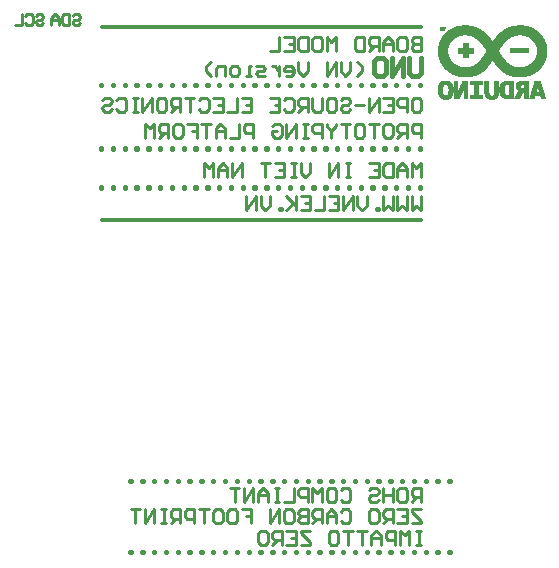
<source format=gbo>
%FSTAX43Y43*%
%MOMM*%
G71*
G01*
G75*
G04 Layer_Color=65535*
G04:AMPARAMS|DCode=10|XSize=0.9mm|YSize=0.8mm|CornerRadius=0.2mm|HoleSize=0mm|Usage=FLASHONLY|Rotation=90.000|XOffset=0mm|YOffset=0mm|HoleType=Round|Shape=RoundedRectangle|*
%AMROUNDEDRECTD10*
21,1,0.900,0.400,0,0,90.0*
21,1,0.500,0.800,0,0,90.0*
1,1,0.400,0.200,0.250*
1,1,0.400,0.200,-0.250*
1,1,0.400,-0.200,-0.250*
1,1,0.400,-0.200,0.250*
%
%ADD10ROUNDEDRECTD10*%
G04:AMPARAMS|DCode=11|XSize=4.3mm|YSize=1.9mm|CornerRadius=0.475mm|HoleSize=0mm|Usage=FLASHONLY|Rotation=270.000|XOffset=0mm|YOffset=0mm|HoleType=Round|Shape=RoundedRectangle|*
%AMROUNDEDRECTD11*
21,1,4.300,0.950,0,0,270.0*
21,1,3.350,1.900,0,0,270.0*
1,1,0.950,-0.475,-1.675*
1,1,0.950,-0.475,1.675*
1,1,0.950,0.475,1.675*
1,1,0.950,0.475,-1.675*
%
%ADD11ROUNDEDRECTD11*%
G04:AMPARAMS|DCode=12|XSize=1.5mm|YSize=1.25mm|CornerRadius=0.313mm|HoleSize=0mm|Usage=FLASHONLY|Rotation=0.000|XOffset=0mm|YOffset=0mm|HoleType=Round|Shape=RoundedRectangle|*
%AMROUNDEDRECTD12*
21,1,1.500,0.625,0,0,0.0*
21,1,0.875,1.250,0,0,0.0*
1,1,0.625,0.438,-0.313*
1,1,0.625,-0.438,-0.313*
1,1,0.625,-0.438,0.313*
1,1,0.625,0.438,0.313*
%
%ADD12ROUNDEDRECTD12*%
G04:AMPARAMS|DCode=13|XSize=0.9mm|YSize=0.8mm|CornerRadius=0.2mm|HoleSize=0mm|Usage=FLASHONLY|Rotation=180.000|XOffset=0mm|YOffset=0mm|HoleType=Round|Shape=RoundedRectangle|*
%AMROUNDEDRECTD13*
21,1,0.900,0.400,0,0,180.0*
21,1,0.500,0.800,0,0,180.0*
1,1,0.400,-0.250,0.200*
1,1,0.400,0.250,0.200*
1,1,0.400,0.250,-0.200*
1,1,0.400,-0.250,-0.200*
%
%ADD13ROUNDEDRECTD13*%
G04:AMPARAMS|DCode=14|XSize=1.5mm|YSize=1.25mm|CornerRadius=0.313mm|HoleSize=0mm|Usage=FLASHONLY|Rotation=90.000|XOffset=0mm|YOffset=0mm|HoleType=Round|Shape=RoundedRectangle|*
%AMROUNDEDRECTD14*
21,1,1.500,0.625,0,0,90.0*
21,1,0.875,1.250,0,0,90.0*
1,1,0.625,0.313,0.438*
1,1,0.625,0.313,-0.438*
1,1,0.625,-0.313,-0.438*
1,1,0.625,-0.313,0.438*
%
%ADD14ROUNDEDRECTD14*%
G04:AMPARAMS|DCode=15|XSize=2.65mm|YSize=1.75mm|CornerRadius=0.438mm|HoleSize=0mm|Usage=FLASHONLY|Rotation=90.000|XOffset=0mm|YOffset=0mm|HoleType=Round|Shape=RoundedRectangle|*
%AMROUNDEDRECTD15*
21,1,2.650,0.875,0,0,90.0*
21,1,1.775,1.750,0,0,90.0*
1,1,0.875,0.438,0.887*
1,1,0.875,0.438,-0.887*
1,1,0.875,-0.438,-0.887*
1,1,0.875,-0.438,0.887*
%
%ADD15ROUNDEDRECTD15*%
G04:AMPARAMS|DCode=16|XSize=3.28mm|YSize=1.5mm|CornerRadius=0.375mm|HoleSize=0mm|Usage=FLASHONLY|Rotation=270.000|XOffset=0mm|YOffset=0mm|HoleType=Round|Shape=RoundedRectangle|*
%AMROUNDEDRECTD16*
21,1,3.280,0.750,0,0,270.0*
21,1,2.530,1.500,0,0,270.0*
1,1,0.750,-0.375,-1.265*
1,1,0.750,-0.375,1.265*
1,1,0.750,0.375,1.265*
1,1,0.750,0.375,-1.265*
%
%ADD16ROUNDEDRECTD16*%
G04:AMPARAMS|DCode=17|XSize=1mm|YSize=1.5mm|CornerRadius=0.25mm|HoleSize=0mm|Usage=FLASHONLY|Rotation=270.000|XOffset=0mm|YOffset=0mm|HoleType=Round|Shape=RoundedRectangle|*
%AMROUNDEDRECTD17*
21,1,1.000,1.000,0,0,270.0*
21,1,0.500,1.500,0,0,270.0*
1,1,0.500,-0.500,-0.250*
1,1,0.500,-0.500,0.250*
1,1,0.500,0.500,0.250*
1,1,0.500,0.500,-0.250*
%
%ADD17ROUNDEDRECTD17*%
G04:AMPARAMS|DCode=18|XSize=1.3mm|YSize=1mm|CornerRadius=0.25mm|HoleSize=0mm|Usage=FLASHONLY|Rotation=270.000|XOffset=0mm|YOffset=0mm|HoleType=Round|Shape=RoundedRectangle|*
%AMROUNDEDRECTD18*
21,1,1.300,0.500,0,0,270.0*
21,1,0.800,1.000,0,0,270.0*
1,1,0.500,-0.250,-0.400*
1,1,0.500,-0.250,0.400*
1,1,0.500,0.250,0.400*
1,1,0.500,0.250,-0.400*
%
%ADD18ROUNDEDRECTD18*%
G04:AMPARAMS|DCode=19|XSize=1.5mm|YSize=1.3mm|CornerRadius=0.325mm|HoleSize=0mm|Usage=FLASHONLY|Rotation=90.000|XOffset=0mm|YOffset=0mm|HoleType=Round|Shape=RoundedRectangle|*
%AMROUNDEDRECTD19*
21,1,1.500,0.650,0,0,90.0*
21,1,0.850,1.300,0,0,90.0*
1,1,0.650,0.325,0.425*
1,1,0.650,0.325,-0.425*
1,1,0.650,-0.325,-0.425*
1,1,0.650,-0.325,0.425*
%
%ADD19ROUNDEDRECTD19*%
G04:AMPARAMS|DCode=20|XSize=0.8mm|YSize=1mm|CornerRadius=0.2mm|HoleSize=0mm|Usage=FLASHONLY|Rotation=180.000|XOffset=0mm|YOffset=0mm|HoleType=Round|Shape=RoundedRectangle|*
%AMROUNDEDRECTD20*
21,1,0.800,0.600,0,0,180.0*
21,1,0.400,1.000,0,0,180.0*
1,1,0.400,-0.200,0.300*
1,1,0.400,0.200,0.300*
1,1,0.400,0.200,-0.300*
1,1,0.400,-0.200,-0.300*
%
%ADD20ROUNDEDRECTD20*%
%ADD21O,0.400X2.100*%
G04:AMPARAMS|DCode=22|XSize=1.6mm|YSize=0.4mm|CornerRadius=0.1mm|HoleSize=0mm|Usage=FLASHONLY|Rotation=270.000|XOffset=0mm|YOffset=0mm|HoleType=Round|Shape=RoundedRectangle|*
%AMROUNDEDRECTD22*
21,1,1.600,0.200,0,0,270.0*
21,1,1.400,0.400,0,0,270.0*
1,1,0.200,-0.100,-0.700*
1,1,0.200,-0.100,0.700*
1,1,0.200,0.100,0.700*
1,1,0.200,0.100,-0.700*
%
%ADD22ROUNDEDRECTD22*%
G04:AMPARAMS|DCode=23|XSize=2.5mm|YSize=2mm|CornerRadius=0.5mm|HoleSize=0mm|Usage=FLASHONLY|Rotation=180.000|XOffset=0mm|YOffset=0mm|HoleType=Round|Shape=RoundedRectangle|*
%AMROUNDEDRECTD23*
21,1,2.500,1.000,0,0,180.0*
21,1,1.500,2.000,0,0,180.0*
1,1,1.000,-0.750,0.500*
1,1,1.000,0.750,0.500*
1,1,1.000,0.750,-0.500*
1,1,1.000,-0.750,-0.500*
%
%ADD23ROUNDEDRECTD23*%
%ADD24O,2.250X0.500*%
G04:AMPARAMS|DCode=25|XSize=1.5mm|YSize=1mm|CornerRadius=0.25mm|HoleSize=0mm|Usage=FLASHONLY|Rotation=90.000|XOffset=0mm|YOffset=0mm|HoleType=Round|Shape=RoundedRectangle|*
%AMROUNDEDRECTD25*
21,1,1.500,0.500,0,0,90.0*
21,1,1.000,1.000,0,0,90.0*
1,1,0.500,0.250,0.500*
1,1,0.500,0.250,-0.500*
1,1,0.500,-0.250,-0.500*
1,1,0.500,-0.250,0.500*
%
%ADD25ROUNDEDRECTD25*%
%ADD26C,0.300*%
%ADD27C,0.400*%
%ADD28C,0.500*%
%ADD29C,1.000*%
%ADD30C,1.500*%
%ADD31C,0.800*%
%ADD32C,0.700*%
%ADD33C,1.000*%
%ADD34C,1.300*%
%ADD35C,1.600*%
G04:AMPARAMS|DCode=36|XSize=2.54mm|YSize=4.064mm|CornerRadius=0.635mm|HoleSize=0mm|Usage=FLASHONLY|Rotation=0.000|XOffset=0mm|YOffset=0mm|HoleType=Round|Shape=RoundedRectangle|*
%AMROUNDEDRECTD36*
21,1,2.540,2.794,0,0,0.0*
21,1,1.270,4.064,0,0,0.0*
1,1,1.270,0.635,-1.397*
1,1,1.270,-0.635,-1.397*
1,1,1.270,-0.635,1.397*
1,1,1.270,0.635,1.397*
%
%ADD36ROUNDEDRECTD36*%
G04:AMPARAMS|DCode=37|XSize=4.064mm|YSize=2.54mm|CornerRadius=0.635mm|HoleSize=0mm|Usage=FLASHONLY|Rotation=0.000|XOffset=0mm|YOffset=0mm|HoleType=Round|Shape=RoundedRectangle|*
%AMROUNDEDRECTD37*
21,1,4.064,1.270,0,0,0.0*
21,1,2.794,2.540,0,0,0.0*
1,1,1.270,1.397,-0.635*
1,1,1.270,-1.397,-0.635*
1,1,1.270,-1.397,0.635*
1,1,1.270,1.397,0.635*
%
%ADD37ROUNDEDRECTD37*%
%ADD38C,0.700*%
%ADD39C,0.800*%
%ADD40C,3.200*%
%ADD41C,0.200*%
%ADD42C,0.250*%
%ADD43C,0.013*%
%ADD44C,0.006*%
G04:AMPARAMS|DCode=45|XSize=1.103mm|YSize=1.003mm|CornerRadius=0.302mm|HoleSize=0mm|Usage=FLASHONLY|Rotation=90.000|XOffset=0mm|YOffset=0mm|HoleType=Round|Shape=RoundedRectangle|*
%AMROUNDEDRECTD45*
21,1,1.103,0.400,0,0,90.0*
21,1,0.500,1.003,0,0,90.0*
1,1,0.603,0.200,0.250*
1,1,0.603,0.200,-0.250*
1,1,0.603,-0.200,-0.250*
1,1,0.603,-0.200,0.250*
%
%ADD45ROUNDEDRECTD45*%
G04:AMPARAMS|DCode=46|XSize=4.5mm|YSize=2.1mm|CornerRadius=0.575mm|HoleSize=0mm|Usage=FLASHONLY|Rotation=270.000|XOffset=0mm|YOffset=0mm|HoleType=Round|Shape=RoundedRectangle|*
%AMROUNDEDRECTD46*
21,1,4.500,0.950,0,0,270.0*
21,1,3.350,2.100,0,0,270.0*
1,1,1.150,-0.475,-1.675*
1,1,1.150,-0.475,1.675*
1,1,1.150,0.475,1.675*
1,1,1.150,0.475,-1.675*
%
%ADD46ROUNDEDRECTD46*%
G04:AMPARAMS|DCode=47|XSize=1.703mm|YSize=1.453mm|CornerRadius=0.414mm|HoleSize=0mm|Usage=FLASHONLY|Rotation=0.000|XOffset=0mm|YOffset=0mm|HoleType=Round|Shape=RoundedRectangle|*
%AMROUNDEDRECTD47*
21,1,1.703,0.625,0,0,0.0*
21,1,0.875,1.453,0,0,0.0*
1,1,0.828,0.438,-0.313*
1,1,0.828,-0.438,-0.313*
1,1,0.828,-0.438,0.313*
1,1,0.828,0.438,0.313*
%
%ADD47ROUNDEDRECTD47*%
G04:AMPARAMS|DCode=48|XSize=1.103mm|YSize=1.003mm|CornerRadius=0.302mm|HoleSize=0mm|Usage=FLASHONLY|Rotation=180.000|XOffset=0mm|YOffset=0mm|HoleType=Round|Shape=RoundedRectangle|*
%AMROUNDEDRECTD48*
21,1,1.103,0.400,0,0,180.0*
21,1,0.500,1.003,0,0,180.0*
1,1,0.603,-0.250,0.200*
1,1,0.603,0.250,0.200*
1,1,0.603,0.250,-0.200*
1,1,0.603,-0.250,-0.200*
%
%ADD48ROUNDEDRECTD48*%
G04:AMPARAMS|DCode=49|XSize=1.703mm|YSize=1.453mm|CornerRadius=0.414mm|HoleSize=0mm|Usage=FLASHONLY|Rotation=90.000|XOffset=0mm|YOffset=0mm|HoleType=Round|Shape=RoundedRectangle|*
%AMROUNDEDRECTD49*
21,1,1.703,0.625,0,0,90.0*
21,1,0.875,1.453,0,0,90.0*
1,1,0.828,0.313,0.438*
1,1,0.828,0.313,-0.438*
1,1,0.828,-0.313,-0.438*
1,1,0.828,-0.313,0.438*
%
%ADD49ROUNDEDRECTD49*%
G04:AMPARAMS|DCode=50|XSize=2.853mm|YSize=1.953mm|CornerRadius=0.539mm|HoleSize=0mm|Usage=FLASHONLY|Rotation=90.000|XOffset=0mm|YOffset=0mm|HoleType=Round|Shape=RoundedRectangle|*
%AMROUNDEDRECTD50*
21,1,2.853,0.875,0,0,90.0*
21,1,1.775,1.953,0,0,90.0*
1,1,1.078,0.438,0.887*
1,1,1.078,0.438,-0.887*
1,1,1.078,-0.438,-0.887*
1,1,1.078,-0.438,0.887*
%
%ADD50ROUNDEDRECTD50*%
G04:AMPARAMS|DCode=51|XSize=3.483mm|YSize=1.703mm|CornerRadius=0.477mm|HoleSize=0mm|Usage=FLASHONLY|Rotation=270.000|XOffset=0mm|YOffset=0mm|HoleType=Round|Shape=RoundedRectangle|*
%AMROUNDEDRECTD51*
21,1,3.483,0.750,0,0,270.0*
21,1,2.530,1.703,0,0,270.0*
1,1,0.953,-0.375,-1.265*
1,1,0.953,-0.375,1.265*
1,1,0.953,0.375,1.265*
1,1,0.953,0.375,-1.265*
%
%ADD51ROUNDEDRECTD51*%
G04:AMPARAMS|DCode=52|XSize=1.203mm|YSize=1.703mm|CornerRadius=0.352mm|HoleSize=0mm|Usage=FLASHONLY|Rotation=270.000|XOffset=0mm|YOffset=0mm|HoleType=Round|Shape=RoundedRectangle|*
%AMROUNDEDRECTD52*
21,1,1.203,1.000,0,0,270.0*
21,1,0.500,1.703,0,0,270.0*
1,1,0.703,-0.500,-0.250*
1,1,0.703,-0.500,0.250*
1,1,0.703,0.500,0.250*
1,1,0.703,0.500,-0.250*
%
%ADD52ROUNDEDRECTD52*%
G04:AMPARAMS|DCode=53|XSize=1.503mm|YSize=1.203mm|CornerRadius=0.352mm|HoleSize=0mm|Usage=FLASHONLY|Rotation=270.000|XOffset=0mm|YOffset=0mm|HoleType=Round|Shape=RoundedRectangle|*
%AMROUNDEDRECTD53*
21,1,1.503,0.500,0,0,270.0*
21,1,0.800,1.203,0,0,270.0*
1,1,0.703,-0.250,-0.400*
1,1,0.703,-0.250,0.400*
1,1,0.703,0.250,0.400*
1,1,0.703,0.250,-0.400*
%
%ADD53ROUNDEDRECTD53*%
G04:AMPARAMS|DCode=54|XSize=1.703mm|YSize=1.503mm|CornerRadius=0.427mm|HoleSize=0mm|Usage=FLASHONLY|Rotation=90.000|XOffset=0mm|YOffset=0mm|HoleType=Round|Shape=RoundedRectangle|*
%AMROUNDEDRECTD54*
21,1,1.703,0.650,0,0,90.0*
21,1,0.850,1.503,0,0,90.0*
1,1,0.853,0.325,0.425*
1,1,0.853,0.325,-0.425*
1,1,0.853,-0.325,-0.425*
1,1,0.853,-0.325,0.425*
%
%ADD54ROUNDEDRECTD54*%
G04:AMPARAMS|DCode=55|XSize=1mm|YSize=1.2mm|CornerRadius=0.3mm|HoleSize=0mm|Usage=FLASHONLY|Rotation=180.000|XOffset=0mm|YOffset=0mm|HoleType=Round|Shape=RoundedRectangle|*
%AMROUNDEDRECTD55*
21,1,1.000,0.600,0,0,180.0*
21,1,0.400,1.200,0,0,180.0*
1,1,0.600,-0.200,0.300*
1,1,0.600,0.200,0.300*
1,1,0.600,0.200,-0.300*
1,1,0.600,-0.200,-0.300*
%
%ADD55ROUNDEDRECTD55*%
%ADD56O,0.603X2.303*%
G04:AMPARAMS|DCode=57|XSize=1.803mm|YSize=0.603mm|CornerRadius=0.202mm|HoleSize=0mm|Usage=FLASHONLY|Rotation=270.000|XOffset=0mm|YOffset=0mm|HoleType=Round|Shape=RoundedRectangle|*
%AMROUNDEDRECTD57*
21,1,1.803,0.200,0,0,270.0*
21,1,1.400,0.603,0,0,270.0*
1,1,0.403,-0.100,-0.700*
1,1,0.403,-0.100,0.700*
1,1,0.403,0.100,0.700*
1,1,0.403,0.100,-0.700*
%
%ADD57ROUNDEDRECTD57*%
G04:AMPARAMS|DCode=58|XSize=2.703mm|YSize=2.203mm|CornerRadius=0.602mm|HoleSize=0mm|Usage=FLASHONLY|Rotation=180.000|XOffset=0mm|YOffset=0mm|HoleType=Round|Shape=RoundedRectangle|*
%AMROUNDEDRECTD58*
21,1,2.703,1.000,0,0,180.0*
21,1,1.500,2.203,0,0,180.0*
1,1,1.203,-0.750,0.500*
1,1,1.203,0.750,0.500*
1,1,1.203,0.750,-0.500*
1,1,1.203,-0.750,-0.500*
%
%ADD58ROUNDEDRECTD58*%
%ADD59O,2.453X0.703*%
G04:AMPARAMS|DCode=60|XSize=1.703mm|YSize=1.203mm|CornerRadius=0.352mm|HoleSize=0mm|Usage=FLASHONLY|Rotation=90.000|XOffset=0mm|YOffset=0mm|HoleType=Round|Shape=RoundedRectangle|*
%AMROUNDEDRECTD60*
21,1,1.703,0.500,0,0,90.0*
21,1,1.000,1.203,0,0,90.0*
1,1,0.703,0.250,0.500*
1,1,0.703,0.250,-0.500*
1,1,0.703,-0.250,-0.500*
1,1,0.703,-0.250,0.500*
%
%ADD60ROUNDEDRECTD60*%
%ADD61C,1.203*%
%ADD62C,1.503*%
%ADD63C,1.800*%
G04:AMPARAMS|DCode=64|XSize=2.743mm|YSize=4.267mm|CornerRadius=0.737mm|HoleSize=0mm|Usage=FLASHONLY|Rotation=0.000|XOffset=0mm|YOffset=0mm|HoleType=Round|Shape=RoundedRectangle|*
%AMROUNDEDRECTD64*
21,1,2.743,2.794,0,0,0.0*
21,1,1.270,4.267,0,0,0.0*
1,1,1.473,0.635,-1.397*
1,1,1.473,-0.635,-1.397*
1,1,1.473,-0.635,1.397*
1,1,1.473,0.635,1.397*
%
%ADD64ROUNDEDRECTD64*%
G04:AMPARAMS|DCode=65|XSize=4.267mm|YSize=2.743mm|CornerRadius=0.737mm|HoleSize=0mm|Usage=FLASHONLY|Rotation=0.000|XOffset=0mm|YOffset=0mm|HoleType=Round|Shape=RoundedRectangle|*
%AMROUNDEDRECTD65*
21,1,4.267,1.270,0,0,0.0*
21,1,2.794,2.743,0,0,0.0*
1,1,1.473,1.397,-0.635*
1,1,1.473,-1.397,-0.635*
1,1,1.473,-1.397,0.635*
1,1,1.473,1.397,0.635*
%
%ADD65ROUNDEDRECTD65*%
%ADD66C,1.200*%
%ADD67C,0.903*%
%ADD68C,1.003*%
%ADD69C,3.403*%
D26*
X00631Y00871D02*
X00901D01*
X00631Y007075D02*
X00901D01*
D27*
Y00845D02*
Y008325D01*
X008985Y0083D01*
X008935D01*
X00891Y008325D01*
Y00845D01*
X00886Y0083D02*
Y00845D01*
X0087601Y0083D01*
Y00845D01*
X0086351D02*
X0086851D01*
X0087101Y008425D01*
Y008325D01*
X0086851Y0083D01*
X0086351D01*
X0086101Y008325D01*
Y008425D01*
X0086351Y00845D01*
D42*
X00575Y008805D02*
X005765Y00882D01*
X005795D01*
X00581Y008805D01*
Y00879D01*
X005795Y008775D01*
X005765D01*
X00575Y00876D01*
Y008745D01*
X005765Y00873D01*
X005795D01*
X00581Y008745D01*
X00566Y008805D02*
X005675Y00882D01*
X005705D01*
X00572Y008805D01*
Y008745D01*
X005705Y00873D01*
X005675D01*
X00566Y008745D01*
X0056301Y00882D02*
Y00873D01*
X0055701D01*
X00606Y008805D02*
X006075Y00882D01*
X006105D01*
X00612Y008805D01*
Y00879D01*
X006105Y008775D01*
X006075D01*
X00606Y00876D01*
Y008745D01*
X006075Y00873D01*
X006105D01*
X00612Y008745D01*
X00603Y00882D02*
Y00873D01*
X005985D01*
X00597Y008745D01*
Y008805D01*
X005985Y00882D01*
X00603D01*
X0059401Y00873D02*
Y00879D01*
X0059101Y00882D01*
X0058801Y00879D01*
Y00873D01*
Y008775D01*
X0059401D01*
X00901Y00863D02*
Y00851D01*
X00895D01*
X00893Y00853D01*
Y00855D01*
X00895Y00857D01*
X00901D01*
X00895D01*
X00893Y00859D01*
Y00861D01*
X00895Y00863D01*
X00901D01*
X0088301D02*
X00887D01*
X00889Y00861D01*
Y00853D01*
X00887Y00851D01*
X0088301D01*
X0088101Y00853D01*
Y00861D01*
X0088301Y00863D01*
X0087701Y00851D02*
Y00859D01*
X0087301Y00863D01*
X0086901Y00859D01*
Y00851D01*
Y00857D01*
X0087701D01*
X0086501Y00851D02*
Y00863D01*
X0085901D01*
X0085701Y00861D01*
Y00857D01*
X0085901Y00855D01*
X0086501D01*
X0086101D02*
X0085701Y00851D01*
X0085302Y00863D02*
Y00851D01*
X0084702D01*
X0084502Y00853D01*
Y00861D01*
X0084702Y00863D01*
X0085302D01*
X0082902Y00851D02*
Y00863D01*
X0082502Y00859D01*
X0082103Y00863D01*
Y00851D01*
X0081103Y00863D02*
X0081503D01*
X0081703Y00861D01*
Y00853D01*
X0081503Y00851D01*
X0081103D01*
X0080903Y00853D01*
Y00861D01*
X0081103Y00863D01*
X0080503D02*
Y00851D01*
X0079903D01*
X0079703Y00853D01*
Y00861D01*
X0079903Y00863D01*
X0080503D01*
X0078504D02*
X0079303D01*
Y00851D01*
X0078504D01*
X0079303Y00857D02*
X0078904D01*
X0078104Y00863D02*
Y00851D01*
X0077304D01*
X00847Y0083D02*
X00851Y00834D01*
Y00838D01*
X00847Y00842D01*
X00841D02*
Y00834D01*
X00837Y0083D01*
X0083301Y00834D01*
Y00842D01*
X0082901Y0083D02*
Y00842D01*
X0082101Y0083D01*
Y00842D01*
X0080501D02*
Y00834D01*
X0080102Y0083D01*
X0079702Y00834D01*
Y00842D01*
X0078702Y0083D02*
X0079102D01*
X0079302Y00832D01*
Y00836D01*
X0079102Y00838D01*
X0078702D01*
X0078502Y00836D01*
Y00834D01*
X0079302D01*
X0078102Y00838D02*
Y0083D01*
Y00834D01*
X0077902Y00836D01*
X0077702Y00838D01*
X0077502D01*
X0076903Y0083D02*
X0076303D01*
X0076103Y00832D01*
X0076303Y00834D01*
X0076703D01*
X0076903Y00836D01*
X0076703Y00838D01*
X0076103D01*
X0075703Y0083D02*
X0075303D01*
X0075503D01*
Y00838D01*
X0075703D01*
X0074503Y0083D02*
X0074104D01*
X0073904Y00832D01*
Y00836D01*
X0074104Y00838D01*
X0074503D01*
X0074703Y00836D01*
Y00832D01*
X0074503Y0083D01*
X0073504D02*
Y00838D01*
X0072904D01*
X0072704Y00836D01*
Y0083D01*
X0072304D02*
X0071904Y00834D01*
Y00838D01*
X0072304Y00842D01*
X00901Y00821D02*
Y00823D01*
X00899D01*
Y00821D01*
X00901D01*
X00891D02*
Y00823D01*
X00889D01*
Y00821D01*
X00891D01*
X0088101D02*
Y00823D01*
X0087901D01*
Y00821D01*
X0088101D01*
X0087101D02*
Y00823D01*
X0086901D01*
Y00821D01*
X0087101D01*
X0086101D02*
Y00823D01*
X0085901D01*
Y00821D01*
X0086101D01*
X0085102D02*
Y00823D01*
X0084902D01*
Y00821D01*
X0085102D01*
X0084102D02*
Y00823D01*
X0083902D01*
Y00821D01*
X0084102D01*
X0083102D02*
Y00823D01*
X0082902D01*
Y00821D01*
X0083102D01*
X0082103D02*
Y00823D01*
X0081903D01*
Y00821D01*
X0082103D01*
X0081103D02*
Y00823D01*
X0080903D01*
Y00821D01*
X0081103D01*
X0080103D02*
Y00823D01*
X0079903D01*
Y00821D01*
X0080103D01*
X0079104D02*
Y00823D01*
X0078904D01*
Y00821D01*
X0079104D01*
X0078104D02*
Y00823D01*
X0077904D01*
Y00821D01*
X0078104D01*
X0077104D02*
Y00823D01*
X0076904D01*
Y00821D01*
X0077104D01*
X0076105D02*
Y00823D01*
X0075905D01*
Y00821D01*
X0076105D01*
X0075105D02*
Y00823D01*
X0074905D01*
Y00821D01*
X0075105D01*
X0074105D02*
Y00823D01*
X0073905D01*
Y00821D01*
X0074105D01*
X0073105D02*
Y00823D01*
X0072906D01*
Y00821D01*
X0073105D01*
X0072106D02*
Y00823D01*
X0071906D01*
Y00821D01*
X0072106D01*
X0071106D02*
Y00823D01*
X0070906D01*
Y00821D01*
X0071106D01*
X0070106D02*
Y00823D01*
X0069907D01*
Y00821D01*
X0070106D01*
X0069107D02*
Y00823D01*
X0068907D01*
Y00821D01*
X0069107D01*
X0068107D02*
Y00823D01*
X0067907D01*
Y00821D01*
X0068107D01*
X0067107D02*
Y00823D01*
X0066907D01*
Y00821D01*
X0067107D01*
X0066108D02*
Y00823D01*
X0065908D01*
Y00821D01*
X0066108D01*
X0065108D02*
Y00823D01*
X0064908D01*
Y00821D01*
X0065108D01*
X0064108D02*
Y00823D01*
X0063908D01*
Y00821D01*
X0064108D01*
X0063109D02*
Y00823D01*
X0062909D01*
Y00821D01*
X0063109D01*
X00895Y008115D02*
X00899D01*
X00901Y008095D01*
Y008015D01*
X00899Y007995D01*
X00895D01*
X00893Y008015D01*
Y008095D01*
X00895Y008115D01*
X00889Y007995D02*
Y008115D01*
X0088301D01*
X0088101Y008095D01*
Y008055D01*
X0088301Y008035D01*
X00889D01*
X0086901Y008115D02*
X0087701D01*
Y007995D01*
X0086901D01*
X0087701Y008055D02*
X0087301D01*
X0086501Y007995D02*
Y008115D01*
X0085701Y007995D01*
Y008115D01*
X0085302Y008055D02*
X0084502D01*
X0083302Y008095D02*
X0083502Y008115D01*
X0083902D01*
X0084102Y008095D01*
Y008075D01*
X0083902Y008055D01*
X0083502D01*
X0083302Y008035D01*
Y008015D01*
X0083502Y007995D01*
X0083902D01*
X0084102Y008015D01*
X0082303Y008115D02*
X0082702D01*
X0082902Y008095D01*
Y008015D01*
X0082702Y007995D01*
X0082303D01*
X0082103Y008015D01*
Y008095D01*
X0082303Y008115D01*
X0081703D02*
Y008015D01*
X0081503Y007995D01*
X0081103D01*
X0080903Y008015D01*
Y008115D01*
X0080503Y007995D02*
Y008115D01*
X0079903D01*
X0079703Y008095D01*
Y008055D01*
X0079903Y008035D01*
X0080503D01*
X0080103D02*
X0079703Y007995D01*
X0078504Y008095D02*
X0078704Y008115D01*
X0079104D01*
X0079303Y008095D01*
Y008015D01*
X0079104Y007995D01*
X0078704D01*
X0078504Y008015D01*
X0077304Y008115D02*
X0078104D01*
Y007995D01*
X0077304D01*
X0078104Y008055D02*
X0077704D01*
X0074905Y008115D02*
X0075705D01*
Y007995D01*
X0074905D01*
X0075705Y008055D02*
X0075305D01*
X0074505Y008115D02*
Y007995D01*
X0073705D01*
X0072506Y008115D02*
X0073305D01*
Y007995D01*
X0072506D01*
X0073305Y008055D02*
X0072906D01*
X0071306Y008095D02*
X0071506Y008115D01*
X0071906D01*
X0072106Y008095D01*
Y008015D01*
X0071906Y007995D01*
X0071506D01*
X0071306Y008015D01*
X0070906Y008115D02*
X0070106D01*
X0070506D01*
Y007995D01*
X0069707D02*
Y008115D01*
X0069107D01*
X0068907Y008095D01*
Y008055D01*
X0069107Y008035D01*
X0069707D01*
X0069307D02*
X0068907Y007995D01*
X0067907Y008115D02*
X0068307D01*
X0068507Y008095D01*
Y008015D01*
X0068307Y007995D01*
X0067907D01*
X0067707Y008015D01*
Y008095D01*
X0067907Y008115D01*
X0067307Y007995D02*
Y008115D01*
X0066508Y007995D01*
Y008115D01*
X0066108D02*
X0065708D01*
X0065908D01*
Y007995D01*
X0066108D01*
X0065708D01*
X0064308Y008095D02*
X0064508Y008115D01*
X0064908D01*
X0065108Y008095D01*
Y008015D01*
X0064908Y007995D01*
X0064508D01*
X0064308Y008015D01*
X0063109Y008095D02*
X0063309Y008115D01*
X0063709D01*
X0063908Y008095D01*
Y008075D01*
X0063709Y008055D01*
X0063309D01*
X0063109Y008035D01*
Y008015D01*
X0063309Y007995D01*
X0063709D01*
X0063908Y008015D01*
X00901Y007775D02*
Y007895D01*
X00895D01*
X00893Y007875D01*
Y007835D01*
X00895Y007815D01*
X00901D01*
X00889Y007775D02*
Y007895D01*
X0088301D01*
X0088101Y007875D01*
Y007835D01*
X0088301Y007815D01*
X00889D01*
X0088501D02*
X0088101Y007775D01*
X0087101Y007895D02*
X0087501D01*
X0087701Y007875D01*
Y007795D01*
X0087501Y007775D01*
X0087101D01*
X0086901Y007795D01*
Y007875D01*
X0087101Y007895D01*
X0086501D02*
X0085701D01*
X0086101D01*
Y007775D01*
X0084702Y007895D02*
X0085102D01*
X0085302Y007875D01*
Y007795D01*
X0085102Y007775D01*
X0084702D01*
X0084502Y007795D01*
Y007875D01*
X0084702Y007895D01*
X0084102D02*
X0083302D01*
X0083702D01*
Y007775D01*
X0082902Y007895D02*
Y007875D01*
X0082502Y007835D01*
X0082103Y007875D01*
Y007895D01*
X0082502Y007835D02*
Y007775D01*
X0081703D02*
Y007895D01*
X0081103D01*
X0080903Y007875D01*
Y007835D01*
X0081103Y007815D01*
X0081703D01*
X0080503Y007895D02*
X0080103D01*
X0080303D01*
Y007775D01*
X0080503D01*
X0080103D01*
X0079503D02*
Y007895D01*
X0078704Y007775D01*
Y007895D01*
X0077504Y007875D02*
X0077704Y007895D01*
X0078104D01*
X0078304Y007875D01*
Y007795D01*
X0078104Y007775D01*
X0077704D01*
X0077504Y007795D01*
Y007835D01*
X0077904D01*
X0075905Y007775D02*
Y007895D01*
X0075305D01*
X0075105Y007875D01*
Y007835D01*
X0075305Y007815D01*
X0075905D01*
X0074705Y007895D02*
Y007775D01*
X0073905D01*
X0073505D02*
Y007855D01*
X0073105Y007895D01*
X0072706Y007855D01*
Y007775D01*
Y007835D01*
X0073505D01*
X0072306Y007895D02*
X0071506D01*
X0071906D01*
Y007775D01*
X0070306Y007895D02*
X0071106D01*
Y007835D01*
X0070706D01*
X0071106D01*
Y007775D01*
X0069307Y007895D02*
X0069707D01*
X0069907Y007875D01*
Y007795D01*
X0069707Y007775D01*
X0069307D01*
X0069107Y007795D01*
Y007875D01*
X0069307Y007895D01*
X0068707Y007775D02*
Y007895D01*
X0068107D01*
X0067907Y007875D01*
Y007835D01*
X0068107Y007815D01*
X0068707D01*
X0068307D02*
X0067907Y007775D01*
X0067507D02*
Y007895D01*
X0067107Y007855D01*
X0066708Y007895D01*
Y007775D01*
X00901Y00744D02*
Y00756D01*
X00897Y00752D01*
X00893Y00756D01*
Y00744D01*
X00889D02*
Y00752D01*
X0088501Y00756D01*
X0088101Y00752D01*
Y00744D01*
Y0075D01*
X00889D01*
X0087701Y00756D02*
Y00744D01*
X0087101D01*
X0086901Y00746D01*
Y00754D01*
X0087101Y00756D01*
X0087701D01*
X0085701D02*
X0086501D01*
Y00744D01*
X0085701D01*
X0086501Y0075D02*
X0086101D01*
X0084102Y00756D02*
X0083702D01*
X0083902D01*
Y00744D01*
X0084102D01*
X0083702D01*
X0083102D02*
Y00756D01*
X0082303Y00744D01*
Y00756D01*
X0080703D02*
Y00748D01*
X0080303Y00744D01*
X0079903Y00748D01*
Y00756D01*
X0079503D02*
X0079104D01*
X0079303D01*
Y00744D01*
X0079503D01*
X0079104D01*
X0077704Y00756D02*
X0078504D01*
Y00744D01*
X0077704D01*
X0078504Y0075D02*
X0078104D01*
X0077304Y00756D02*
X0076504D01*
X0076904D01*
Y00744D01*
X0074905D02*
Y00756D01*
X0074105Y00744D01*
Y00756D01*
X0073705Y00744D02*
Y00752D01*
X0073305Y00756D01*
X0072906Y00752D01*
Y00744D01*
Y0075D01*
X0073705D01*
X0072506Y00744D02*
Y00756D01*
X0072106Y00752D01*
X0071706Y00756D01*
Y00744D01*
X00901Y00728D02*
Y00716D01*
X00897Y0072D01*
X00893Y00716D01*
Y00728D01*
X00889D02*
Y00716D01*
X0088501Y0072D01*
X0088101Y00716D01*
Y00728D01*
X0087701D02*
Y00716D01*
X0087301Y0072D01*
X0086901Y00716D01*
Y00728D01*
X0086501Y00716D02*
Y00718D01*
X0086301D01*
Y00716D01*
X0086501D01*
X0085501Y00728D02*
Y0072D01*
X0085102Y00716D01*
X0084702Y0072D01*
Y00728D01*
X0084302Y00716D02*
Y00728D01*
X0083502Y00716D01*
Y00728D01*
X0082303D02*
X0083102D01*
Y00716D01*
X0082303D01*
X0083102Y00722D02*
X0082702D01*
X0081903Y00728D02*
Y00716D01*
X0081103D01*
X0079903Y00728D02*
X0080703D01*
Y00716D01*
X0079903D01*
X0080703Y00722D02*
X0080303D01*
X0079503Y00728D02*
Y00716D01*
Y0072D01*
X0078704Y00728D01*
X0079303Y00722D01*
X0078704Y00716D01*
X0078304D02*
Y00718D01*
X0078104D01*
Y00716D01*
X0078304D01*
X0077304Y00728D02*
Y0072D01*
X0076904Y00716D01*
X0076504Y0072D01*
Y00728D01*
X0076105Y00716D02*
Y00728D01*
X0075305Y00716D01*
Y00728D01*
X00901Y007675D02*
Y007695D01*
X00899D01*
Y007675D01*
X00901D01*
X00891D02*
Y007695D01*
X00889D01*
Y007675D01*
X00891D01*
X0088101D02*
Y007695D01*
X0087901D01*
Y007675D01*
X0088101D01*
X0087101D02*
Y007695D01*
X0086901D01*
Y007675D01*
X0087101D01*
X0086101D02*
Y007695D01*
X0085901D01*
Y007675D01*
X0086101D01*
X0085102D02*
Y007695D01*
X0084902D01*
Y007675D01*
X0085102D01*
X0084102D02*
Y007695D01*
X0083902D01*
Y007675D01*
X0084102D01*
X0083102D02*
Y007695D01*
X0082902D01*
Y007675D01*
X0083102D01*
X0082103D02*
Y007695D01*
X0081903D01*
Y007675D01*
X0082103D01*
X0081103D02*
Y007695D01*
X0080903D01*
Y007675D01*
X0081103D01*
X0080103D02*
Y007695D01*
X0079903D01*
Y007675D01*
X0080103D01*
X0079104D02*
Y007695D01*
X0078904D01*
Y007675D01*
X0079104D01*
X0078104D02*
Y007695D01*
X0077904D01*
Y007675D01*
X0078104D01*
X0077104D02*
Y007695D01*
X0076904D01*
Y007675D01*
X0077104D01*
X0076105D02*
Y007695D01*
X0075905D01*
Y007675D01*
X0076105D01*
X0075105D02*
Y007695D01*
X0074905D01*
Y007675D01*
X0075105D01*
X0074105D02*
Y007695D01*
X0073905D01*
Y007675D01*
X0074105D01*
X0073105D02*
Y007695D01*
X0072906D01*
Y007675D01*
X0073105D01*
X0072106D02*
Y007695D01*
X0071906D01*
Y007675D01*
X0072106D01*
X0071106D02*
Y007695D01*
X0070906D01*
Y007675D01*
X0071106D01*
X0070106D02*
Y007695D01*
X0069907D01*
Y007675D01*
X0070106D01*
X0069107D02*
Y007695D01*
X0068907D01*
Y007675D01*
X0069107D01*
X0068107D02*
Y007695D01*
X0067907D01*
Y007675D01*
X0068107D01*
X0067107D02*
Y007695D01*
X0066907D01*
Y007675D01*
X0067107D01*
X0066108D02*
Y007695D01*
X0065908D01*
Y007675D01*
X0066108D01*
X0065108D02*
Y007695D01*
X0064908D01*
Y007675D01*
X0065108D01*
X0064108D02*
Y007695D01*
X0063908D01*
Y007675D01*
X0064108D01*
X0063109D02*
Y007695D01*
X0062909D01*
Y007675D01*
X0063109D01*
X00901Y007345D02*
Y007365D01*
X00899D01*
Y007345D01*
X00901D01*
X00891D02*
Y007365D01*
X00889D01*
Y007345D01*
X00891D01*
X0088101D02*
Y007365D01*
X0087901D01*
Y007345D01*
X0088101D01*
X0087101D02*
Y007365D01*
X0086901D01*
Y007345D01*
X0087101D01*
X0086101D02*
Y007365D01*
X0085901D01*
Y007345D01*
X0086101D01*
X0085102D02*
Y007365D01*
X0084902D01*
Y007345D01*
X0085102D01*
X0084102D02*
Y007365D01*
X0083902D01*
Y007345D01*
X0084102D01*
X0083102D02*
Y007365D01*
X0082902D01*
Y007345D01*
X0083102D01*
X0082103D02*
Y007365D01*
X0081903D01*
Y007345D01*
X0082103D01*
X0081103D02*
Y007365D01*
X0080903D01*
Y007345D01*
X0081103D01*
X0080103D02*
Y007365D01*
X0079903D01*
Y007345D01*
X0080103D01*
X0079104D02*
Y007365D01*
X0078904D01*
Y007345D01*
X0079104D01*
X0078104D02*
Y007365D01*
X0077904D01*
Y007345D01*
X0078104D01*
X0077104D02*
Y007365D01*
X0076904D01*
Y007345D01*
X0077104D01*
X0076105D02*
Y007365D01*
X0075905D01*
Y007345D01*
X0076105D01*
X0075105D02*
Y007365D01*
X0074905D01*
Y007345D01*
X0075105D01*
X0074105D02*
Y007365D01*
X0073905D01*
Y007345D01*
X0074105D01*
X0073105D02*
Y007365D01*
X0072906D01*
Y007345D01*
X0073105D01*
X0072106D02*
Y007365D01*
X0071906D01*
Y007345D01*
X0072106D01*
X0071106D02*
Y007365D01*
X0070906D01*
Y007345D01*
X0071106D01*
X0070106D02*
Y007365D01*
X0069907D01*
Y007345D01*
X0070106D01*
X0069107D02*
Y007365D01*
X0068907D01*
Y007345D01*
X0069107D01*
X0068107D02*
Y007365D01*
X0067907D01*
Y007345D01*
X0068107D01*
X0067107D02*
Y007365D01*
X0066907D01*
Y007345D01*
X0067107D01*
X0066108D02*
Y007365D01*
X0065908D01*
Y007345D01*
X0066108D01*
X0065108D02*
Y007365D01*
X0064908D01*
Y007345D01*
X0065108D01*
X0064108D02*
Y007365D01*
X0063908D01*
Y007345D01*
X0064108D01*
X0063109D02*
Y007365D01*
X0062909D01*
Y007345D01*
X0063109D01*
X00901Y00469D02*
Y00481D01*
X00895D01*
X00893Y00479D01*
Y00475D01*
X00895Y00473D01*
X00901D01*
X00897D02*
X00893Y00469D01*
X0088301Y00481D02*
X00887D01*
X00889Y00479D01*
Y00471D01*
X00887Y00469D01*
X0088301D01*
X0088101Y00471D01*
Y00479D01*
X0088301Y00481D01*
X0087701D02*
Y00469D01*
Y00475D01*
X0086901D01*
Y00481D01*
Y00469D01*
X0085701Y00479D02*
X0085901Y00481D01*
X0086301D01*
X0086501Y00479D01*
Y00477D01*
X0086301Y00475D01*
X0085901D01*
X0085701Y00473D01*
Y00471D01*
X0085901Y00469D01*
X0086301D01*
X0086501Y00471D01*
X0083302Y00479D02*
X0083502Y00481D01*
X0083902D01*
X0084102Y00479D01*
Y00471D01*
X0083902Y00469D01*
X0083502D01*
X0083302Y00471D01*
X0082303Y00481D02*
X0082702D01*
X0082902Y00479D01*
Y00471D01*
X0082702Y00469D01*
X0082303D01*
X0082103Y00471D01*
Y00479D01*
X0082303Y00481D01*
X0081703Y00469D02*
Y00481D01*
X0081303Y00477D01*
X0080903Y00481D01*
Y00469D01*
X0080503D02*
Y00481D01*
X0079903D01*
X0079703Y00479D01*
Y00475D01*
X0079903Y00473D01*
X0080503D01*
X0079303Y00481D02*
Y00469D01*
X0078504D01*
X0078104Y00481D02*
X0077704D01*
X0077904D01*
Y00469D01*
X0078104D01*
X0077704D01*
X0077104D02*
Y00477D01*
X0076704Y00481D01*
X0076304Y00477D01*
Y00469D01*
Y00475D01*
X0077104D01*
X0075905Y00469D02*
Y00481D01*
X0075105Y00469D01*
Y00481D01*
X0074705D02*
X0073905D01*
X0074305D01*
Y00469D01*
X00901Y00463D02*
X00893D01*
Y00461D01*
X00901Y00453D01*
Y00451D01*
X00893D01*
X0088101Y00463D02*
X00889D01*
Y00451D01*
X0088101D01*
X00889Y00457D02*
X0088501D01*
X0087701Y00451D02*
Y00463D01*
X0087101D01*
X0086901Y00461D01*
Y00457D01*
X0087101Y00455D01*
X0087701D01*
X0087301D02*
X0086901Y00451D01*
X0085901Y00463D02*
X0086301D01*
X0086501Y00461D01*
Y00453D01*
X0086301Y00451D01*
X0085901D01*
X0085701Y00453D01*
Y00461D01*
X0085901Y00463D01*
X0083302Y00461D02*
X0083502Y00463D01*
X0083902D01*
X0084102Y00461D01*
Y00453D01*
X0083902Y00451D01*
X0083502D01*
X0083302Y00453D01*
X0082902Y00451D02*
Y00459D01*
X0082502Y00463D01*
X0082103Y00459D01*
Y00451D01*
Y00457D01*
X0082902D01*
X0081703Y00451D02*
Y00463D01*
X0081103D01*
X0080903Y00461D01*
Y00457D01*
X0081103Y00455D01*
X0081703D01*
X0081303D02*
X0080903Y00451D01*
X0080503Y00463D02*
Y00451D01*
X0079903D01*
X0079703Y00453D01*
Y00455D01*
X0079903Y00457D01*
X0080503D01*
X0079903D01*
X0079703Y00459D01*
Y00461D01*
X0079903Y00463D01*
X0080503D01*
X0078704D02*
X0079104D01*
X0079303Y00461D01*
Y00453D01*
X0079104Y00451D01*
X0078704D01*
X0078504Y00453D01*
Y00461D01*
X0078704Y00463D01*
X0078104Y00451D02*
Y00463D01*
X0077304Y00451D01*
Y00463D01*
X0074905D02*
X0075705D01*
Y00457D01*
X0075305D01*
X0075705D01*
Y00451D01*
X0073905Y00463D02*
X0074305D01*
X0074505Y00461D01*
Y00453D01*
X0074305Y00451D01*
X0073905D01*
X0073705Y00453D01*
Y00461D01*
X0073905Y00463D01*
X0072706D02*
X0073105D01*
X0073305Y00461D01*
Y00453D01*
X0073105Y00451D01*
X0072706D01*
X0072506Y00453D01*
Y00461D01*
X0072706Y00463D01*
X0072106D02*
X0071306D01*
X0071706D01*
Y00451D01*
X0070906D02*
Y00463D01*
X0070306D01*
X0070106Y00461D01*
Y00457D01*
X0070306Y00455D01*
X0070906D01*
X0069707Y00451D02*
Y00463D01*
X0069107D01*
X0068907Y00461D01*
Y00457D01*
X0069107Y00455D01*
X0069707D01*
X0069307D02*
X0068907Y00451D01*
X0068507Y00463D02*
X0068107D01*
X0068307D01*
Y00451D01*
X0068507D01*
X0068107D01*
X0067507D02*
Y00463D01*
X0066708Y00451D01*
Y00463D01*
X0066308D02*
X0065508D01*
X0065908D01*
Y00451D01*
X00901Y00445D02*
X00897D01*
X00899D01*
Y00433D01*
X00901D01*
X00897D01*
X00891D02*
Y00445D01*
X00887Y00441D01*
X0088301Y00445D01*
Y00433D01*
X0087901D02*
Y00445D01*
X0087301D01*
X0087101Y00443D01*
Y00439D01*
X0087301Y00437D01*
X0087901D01*
X0086701Y00433D02*
Y00441D01*
X0086301Y00445D01*
X0085901Y00441D01*
Y00433D01*
Y00439D01*
X0086701D01*
X0085501Y00445D02*
X0084702D01*
X0085102D01*
Y00433D01*
X0084302Y00445D02*
X0083502D01*
X0083902D01*
Y00433D01*
X0082502Y00445D02*
X0082902D01*
X0083102Y00443D01*
Y00435D01*
X0082902Y00433D01*
X0082502D01*
X0082303Y00435D01*
Y00443D01*
X0082502Y00445D01*
X0080703D02*
X0079903D01*
Y00443D01*
X0080703Y00435D01*
Y00433D01*
X0079903D01*
X0078704Y00445D02*
X0079503D01*
Y00433D01*
X0078704D01*
X0079503Y00439D02*
X0079104D01*
X0078304Y00433D02*
Y00445D01*
X0077704D01*
X0077504Y00443D01*
Y00439D01*
X0077704Y00437D01*
X0078304D01*
X0077904D02*
X0077504Y00433D01*
X0076504Y00445D02*
X0076904D01*
X0077104Y00443D01*
Y00435D01*
X0076904Y00433D01*
X0076504D01*
X0076304Y00435D01*
Y00443D01*
X0076504Y00445D01*
X00926Y00486D02*
Y00488D01*
X00924D01*
Y00486D01*
X00926D01*
X00916D02*
Y00488D01*
X00914D01*
Y00486D01*
X00916D01*
X0090601D02*
Y00488D01*
X0090401D01*
Y00486D01*
X0090601D01*
X0089601D02*
Y00488D01*
X0089401D01*
Y00486D01*
X0089601D01*
X0088601D02*
Y00488D01*
X0088401D01*
Y00486D01*
X0088601D01*
X0087602D02*
Y00488D01*
X0087402D01*
Y00486D01*
X0087602D01*
X0086602D02*
Y00488D01*
X0086402D01*
Y00486D01*
X0086602D01*
X0085602D02*
Y00488D01*
X0085402D01*
Y00486D01*
X0085602D01*
X0084603D02*
Y00488D01*
X0084403D01*
Y00486D01*
X0084603D01*
X0083603D02*
Y00488D01*
X0083403D01*
Y00486D01*
X0083603D01*
X0082603D02*
Y00488D01*
X0082403D01*
Y00486D01*
X0082603D01*
X0081604D02*
Y00488D01*
X0081404D01*
Y00486D01*
X0081604D01*
X0080604D02*
Y00488D01*
X0080404D01*
Y00486D01*
X0080604D01*
X0079604D02*
Y00488D01*
X0079404D01*
Y00486D01*
X0079604D01*
X0078605D02*
Y00488D01*
X0078405D01*
Y00486D01*
X0078605D01*
X0077605D02*
Y00488D01*
X0077405D01*
Y00486D01*
X0077605D01*
X0076605D02*
Y00488D01*
X0076405D01*
Y00486D01*
X0076605D01*
X0075605D02*
Y00488D01*
X0075406D01*
Y00486D01*
X0075605D01*
X0074606D02*
Y00488D01*
X0074406D01*
Y00486D01*
X0074606D01*
X0073606D02*
Y00488D01*
X0073406D01*
Y00486D01*
X0073606D01*
X0072606D02*
Y00488D01*
X0072407D01*
Y00486D01*
X0072606D01*
X0071607D02*
Y00488D01*
X0071407D01*
Y00486D01*
X0071607D01*
X0070607D02*
Y00488D01*
X0070407D01*
Y00486D01*
X0070607D01*
X0069607D02*
Y00488D01*
X0069407D01*
Y00486D01*
X0069607D01*
X0068608D02*
Y00488D01*
X0068408D01*
Y00486D01*
X0068608D01*
X0067608D02*
Y00488D01*
X0067408D01*
Y00486D01*
X0067608D01*
X0066608D02*
Y00488D01*
X0066408D01*
Y00486D01*
X0066608D01*
X0065609D02*
Y00488D01*
X0065409D01*
Y00486D01*
X0065609D01*
X00926Y00426D02*
Y00428D01*
X00924D01*
Y00426D01*
X00926D01*
X00916D02*
Y00428D01*
X00914D01*
Y00426D01*
X00916D01*
X0090601D02*
Y00428D01*
X0090401D01*
Y00426D01*
X0090601D01*
X0089601D02*
Y00428D01*
X0089401D01*
Y00426D01*
X0089601D01*
X0088601D02*
Y00428D01*
X0088401D01*
Y00426D01*
X0088601D01*
X0087602D02*
Y00428D01*
X0087402D01*
Y00426D01*
X0087602D01*
X0086602D02*
Y00428D01*
X0086402D01*
Y00426D01*
X0086602D01*
X0085602D02*
Y00428D01*
X0085402D01*
Y00426D01*
X0085602D01*
X0084603D02*
Y00428D01*
X0084403D01*
Y00426D01*
X0084603D01*
X0083603D02*
Y00428D01*
X0083403D01*
Y00426D01*
X0083603D01*
X0082603D02*
Y00428D01*
X0082403D01*
Y00426D01*
X0082603D01*
X0081604D02*
Y00428D01*
X0081404D01*
Y00426D01*
X0081604D01*
X0080604D02*
Y00428D01*
X0080404D01*
Y00426D01*
X0080604D01*
X0079604D02*
Y00428D01*
X0079404D01*
Y00426D01*
X0079604D01*
X0078605D02*
Y00428D01*
X0078405D01*
Y00426D01*
X0078605D01*
X0077605D02*
Y00428D01*
X0077405D01*
Y00426D01*
X0077605D01*
X0076605D02*
Y00428D01*
X0076405D01*
Y00426D01*
X0076605D01*
X0075605D02*
Y00428D01*
X0075406D01*
Y00426D01*
X0075605D01*
X0074606D02*
Y00428D01*
X0074406D01*
Y00426D01*
X0074606D01*
X0073606D02*
Y00428D01*
X0073406D01*
Y00426D01*
X0073606D01*
X0072606D02*
Y00428D01*
X0072407D01*
Y00426D01*
X0072606D01*
X0071607D02*
Y00428D01*
X0071407D01*
Y00426D01*
X0071607D01*
X0070607D02*
Y00428D01*
X0070407D01*
Y00426D01*
X0070607D01*
X0069607D02*
Y00428D01*
X0069407D01*
Y00426D01*
X0069607D01*
X0068608D02*
Y00428D01*
X0068408D01*
Y00426D01*
X0068608D01*
X0067608D02*
Y00428D01*
X0067408D01*
Y00426D01*
X0067608D01*
X0066608D02*
Y00428D01*
X0066408D01*
Y00426D01*
X0066608D01*
X0065609D02*
Y00428D01*
X0065409D01*
Y00426D01*
X0065609D01*
D43*
X0092049Y0081061D02*
X0092265D01*
X0095922D02*
X0096176D01*
X0091985Y0081074D02*
X0092341D01*
X0095859D02*
X0096252D01*
X0091934Y0081087D02*
X0092379D01*
X0092874D02*
X0093255D01*
X00937D02*
X0094005D01*
X0094246D02*
X0095236D01*
X0095808D02*
X009629D01*
X0097357D02*
X0097903D01*
X0098005D02*
X0098386D01*
X0098818D02*
X0099148D01*
X0099262D02*
X0099618D01*
X0100266D02*
X0100596D01*
X0091896Y00811D02*
X0092417D01*
X0092874D02*
X0093268D01*
X00937D02*
X0094005D01*
X0094246D02*
X0095236D01*
X0095783D02*
X0096329D01*
X0097268D02*
X0097903D01*
X0098018D02*
X0098399D01*
X0098818D02*
X0099148D01*
X0099262D02*
X0099618D01*
X0100266D02*
X0100596D01*
X0091871Y0081112D02*
X0092442D01*
X0092874D02*
X0093268D01*
X00937D02*
X0094005D01*
X0094246D02*
X0095236D01*
X0095744D02*
X0096354D01*
X0097205D02*
X0097903D01*
X0098018D02*
X0098399D01*
X0098818D02*
X0099148D01*
X0099262D02*
X0099618D01*
X0100266D02*
X0100583D01*
X0091845Y0081125D02*
X0092468D01*
X0092874D02*
X0093281D01*
X00937D02*
X0094005D01*
X0094246D02*
X0095236D01*
X0095719D02*
X0096379D01*
X0097167D02*
X0097903D01*
X009803D02*
X0098411D01*
X0098818D02*
X0099148D01*
X0099262D02*
X0099631D01*
X0100253D02*
X0100583D01*
X009182Y0081138D02*
X0092493D01*
X0092874D02*
X0093281D01*
X00937D02*
X0094005D01*
X0094246D02*
X0095236D01*
X0095694D02*
X0096405D01*
X0097129D02*
X0097903D01*
X009803D02*
X0098411D01*
X0098818D02*
X0099148D01*
X0099275D02*
X0099631D01*
X0100253D02*
X0100583D01*
X0091807Y008115D02*
X0092506D01*
X0092874D02*
X0093281D01*
X00937D02*
X0094005D01*
X0094246D02*
X0095236D01*
X0095681D02*
X009643D01*
X0097103D02*
X0097903D01*
X0098043D02*
X0098424D01*
X0098818D02*
X0099148D01*
X0099275D02*
X0099631D01*
X0100253D02*
X0100583D01*
X0091782Y0081163D02*
X0092531D01*
X0092874D02*
X0093293D01*
X00937D02*
X0094005D01*
X0094246D02*
X0095236D01*
X0095656D02*
X0096443D01*
X0097078D02*
X0097903D01*
X0098043D02*
X0098424D01*
X0098818D02*
X0099148D01*
X0099275D02*
X0099643D01*
X010024D02*
X010057D01*
X0091769Y0081176D02*
X0092544D01*
X0092874D02*
X0093293D01*
X00937D02*
X0094005D01*
X0094246D02*
X0095236D01*
X0095643D02*
X0096456D01*
X0097052D02*
X0097903D01*
X0098043D02*
X0098424D01*
X0098818D02*
X0099148D01*
X0099288D02*
X0099643D01*
X010024D02*
X010057D01*
X0091757Y0081188D02*
X0092557D01*
X0092874D02*
X0093306D01*
X00937D02*
X0094005D01*
X0094246D02*
X0095236D01*
X009563D02*
X0096468D01*
X0097027D02*
X0097903D01*
X0098056D02*
X0098437D01*
X0098818D02*
X0099148D01*
X0099288D02*
X0099643D01*
X010024D02*
X010057D01*
X0091744Y0081201D02*
X0092569D01*
X0092874D02*
X0093306D01*
X00937D02*
X0094005D01*
X0094246D02*
X0095236D01*
X0095617D02*
X0096481D01*
X0097014D02*
X0097903D01*
X0098056D02*
X0098437D01*
X0098818D02*
X0099148D01*
X0099288D02*
X0099643D01*
X010024D02*
X0100558D01*
X0091731Y0081214D02*
X0092582D01*
X0092874D02*
X0093319D01*
X00937D02*
X0094005D01*
X0094246D02*
X0095236D01*
X0095605D02*
X0096494D01*
X0096989D02*
X0097903D01*
X0098068D02*
X009845D01*
X0098818D02*
X0099148D01*
X00993D02*
X0099656D01*
X0100228D02*
X0100558D01*
X0091718Y0081227D02*
X0092595D01*
X0092874D02*
X0093319D01*
X00937D02*
X0094005D01*
X0094246D02*
X0095236D01*
X0095592D02*
X0096506D01*
X0096976D02*
X0097903D01*
X0098068D02*
X009845D01*
X0098818D02*
X0099148D01*
X00993D02*
X0099656D01*
X0100228D02*
X0100558D01*
X0091706Y0081239D02*
X0092607D01*
X0092874D02*
X0093331D01*
X00937D02*
X0094005D01*
X0094246D02*
X0095236D01*
X0095579D02*
X0096519D01*
X0096951D02*
X0097903D01*
X0098081D02*
X0098462D01*
X0098818D02*
X0099148D01*
X00993D02*
X0099656D01*
X0100228D02*
X0100545D01*
X0091693Y0081252D02*
X009262D01*
X0092874D02*
X0093331D01*
X00937D02*
X0094005D01*
X0094246D02*
X0095236D01*
X0095579D02*
X0096519D01*
X0096938D02*
X0097903D01*
X0098081D02*
X0098462D01*
X0098818D02*
X0099148D01*
X00993D02*
X0099669D01*
X0100215D02*
X0100545D01*
X009168Y0081265D02*
X0092633D01*
X0092874D02*
X0093344D01*
X00937D02*
X0094005D01*
X0094246D02*
X0095236D01*
X0095567D02*
X0096532D01*
X0096925D02*
X0097903D01*
X0098094D02*
X0098475D01*
X0098818D02*
X0099148D01*
X0099313D02*
X0099669D01*
X0100215D02*
X0100545D01*
X0091668Y0081277D02*
X0092633D01*
X0092874D02*
X0093344D01*
X00937D02*
X0094005D01*
X0094246D02*
X0095236D01*
X0095554D02*
X0096545D01*
X0096913D02*
X0097903D01*
X0098094D02*
X0098475D01*
X0098818D02*
X0099148D01*
X0099313D02*
X0099669D01*
X0100215D02*
X0100545D01*
X0091655Y008129D02*
X0092646D01*
X0092874D02*
X0093357D01*
X00937D02*
X0094005D01*
X0094246D02*
X0095236D01*
X0095554D02*
X0096545D01*
X00969D02*
X0097903D01*
X0098107D02*
X0098488D01*
X0098818D02*
X0099148D01*
X0099313D02*
X0099669D01*
X0100202D02*
X0100532D01*
X0091655Y0081303D02*
X0092658D01*
X0092874D02*
X0093357D01*
X00937D02*
X0094005D01*
X0094246D02*
X0095236D01*
X0095541D02*
X0096557D01*
X0096887D02*
X0097903D01*
X0098107D02*
X0098488D01*
X0098818D02*
X0099148D01*
X0099326D02*
X0099681D01*
X0100202D02*
X0100532D01*
X0091642Y0081315D02*
X0092658D01*
X0092874D02*
X0093369D01*
X00937D02*
X0094005D01*
X0094246D02*
X0095236D01*
X0095541D02*
X0096557D01*
X0096875D02*
X0097903D01*
X0098119D02*
X0098488D01*
X0098818D02*
X0099148D01*
X0099326D02*
X0099681D01*
X0100202D02*
X0100532D01*
X0091642Y0081328D02*
X0092671D01*
X0092874D02*
X0093369D01*
X00937D02*
X0094005D01*
X0094246D02*
X0095236D01*
X0095529D02*
X009596D01*
X00961D02*
X0096557D01*
X0096875D02*
X0097903D01*
X0098119D02*
X00985D01*
X0098818D02*
X0099148D01*
X0099326D02*
X0099681D01*
X0100202D02*
X010052D01*
X009163Y0081341D02*
X0092671D01*
X0092874D02*
X0093369D01*
X00937D02*
X0094005D01*
X0094246D02*
X0095236D01*
X0095529D02*
X0095922D01*
X0096151D02*
X009657D01*
X0096862D02*
X0097903D01*
X0098132D02*
X00985D01*
X0098818D02*
X0099148D01*
X0099339D02*
X0099694D01*
X0100189D02*
X010052D01*
X0091617Y0081354D02*
X0092061D01*
X0092227D02*
X0092684D01*
X0092874D02*
X0093382D01*
X00937D02*
X0094005D01*
X0094576D02*
X0094906D01*
X0095516D02*
X0095897D01*
X0096176D02*
X009657D01*
X0096849D02*
X0097408D01*
X0097573D02*
X0097903D01*
X0098132D02*
X0098513D01*
X0098818D02*
X0099148D01*
X0099339D02*
X0099694D01*
X0100189D02*
X010052D01*
X0091617Y0081366D02*
X0092036D01*
X0092265D02*
X0092684D01*
X0092874D02*
X0093382D01*
X00937D02*
X0094005D01*
X0094576D02*
X0094906D01*
X0095516D02*
X0095871D01*
X0096189D02*
X009657D01*
X0096849D02*
X0097345D01*
X0097573D02*
X0097903D01*
X0098145D02*
X0098513D01*
X0098818D02*
X0099148D01*
X0099339D02*
X0100507D01*
X0091604Y0081379D02*
X0092011D01*
X0092277D02*
X0092696D01*
X0092874D02*
X0093395D01*
X00937D02*
X0094005D01*
X0094576D02*
X0094906D01*
X0095503D02*
X0095859D01*
X0096214D02*
X0096583D01*
X0096837D02*
X0097307D01*
X0097573D02*
X0097903D01*
X0098145D02*
X0098526D01*
X0098818D02*
X0099148D01*
X0099351D02*
X0100507D01*
X0091604Y0081392D02*
X0091985D01*
X0092303D02*
X0092696D01*
X0092874D02*
X0093395D01*
X00937D02*
X0094005D01*
X0094576D02*
X0094906D01*
X0095503D02*
X0095846D01*
X0096214D02*
X0096583D01*
X0096824D02*
X0097268D01*
X0097573D02*
X0097903D01*
X0098157D02*
X0098526D01*
X0098818D02*
X0099148D01*
X0099351D02*
X0100507D01*
X0091591Y0081404D02*
X0091973D01*
X0092315D02*
X0092709D01*
X0092874D02*
X0093408D01*
X00937D02*
X0094005D01*
X0094576D02*
X0094906D01*
X0095503D02*
X0095846D01*
X0096227D02*
X0096583D01*
X0096824D02*
X0097256D01*
X0097573D02*
X0097903D01*
X0098157D02*
X0098538D01*
X0098818D02*
X0099148D01*
X0099351D02*
X0100494D01*
X0091591Y0081417D02*
X009196D01*
X0092328D02*
X0092709D01*
X0092874D02*
X0093408D01*
X00937D02*
X0094005D01*
X0094576D02*
X0094906D01*
X009549D02*
X0095833D01*
X009624D02*
X0096583D01*
X0096811D02*
X009723D01*
X0097573D02*
X0097903D01*
X009817D02*
X0098538D01*
X0098818D02*
X0099148D01*
X0099351D02*
X0100494D01*
X0091591Y008143D02*
X0091947D01*
X0092341D02*
X0092709D01*
X0092874D02*
X009342D01*
X00937D02*
X0094005D01*
X0094576D02*
X0094906D01*
X009549D02*
X0095821D01*
X009624D02*
X0096595D01*
X0096811D02*
X0097218D01*
X0097573D02*
X0097903D01*
X009817D02*
X0098551D01*
X0098818D02*
X0099148D01*
X0099364D02*
X0100494D01*
X0091579Y0081442D02*
X0091947D01*
X0092354D02*
X0092722D01*
X0092874D02*
X009342D01*
X00937D02*
X0094005D01*
X0094576D02*
X0094906D01*
X009549D02*
X0095821D01*
X0096252D02*
X0096595D01*
X0096799D02*
X0097192D01*
X0097573D02*
X0097903D01*
X0098183D02*
X0098551D01*
X0098818D02*
X0099148D01*
X0099364D02*
X0100494D01*
X0091579Y0081455D02*
X0091934D01*
X0092354D02*
X0092722D01*
X0092874D02*
X0093433D01*
X00937D02*
X0094005D01*
X0094576D02*
X0094906D01*
X009549D02*
X0095821D01*
X0096252D02*
X0096595D01*
X0096799D02*
X0097179D01*
X0097573D02*
X0097903D01*
X0098183D02*
X0098551D01*
X0098818D02*
X0099148D01*
X0099364D02*
X0100481D01*
X0091566Y0081468D02*
X0091922D01*
X0092366D02*
X0092722D01*
X0092874D02*
X0093433D01*
X00937D02*
X0094005D01*
X0094576D02*
X0094906D01*
X0095478D02*
X0095808D01*
X0096265D02*
X0096595D01*
X0096786D02*
X0097167D01*
X0097573D02*
X0097903D01*
X0098196D02*
X0098564D01*
X0098818D02*
X0099148D01*
X0099377D02*
X0100481D01*
X0091566Y008148D02*
X0091922D01*
X0092366D02*
X0092734D01*
X0092874D02*
X0093446D01*
X00937D02*
X0094005D01*
X0094576D02*
X0094906D01*
X0095478D02*
X0095808D01*
X0096265D02*
X0096595D01*
X0096786D02*
X0097167D01*
X0097573D02*
X0097903D01*
X0098196D02*
X0098564D01*
X0098818D02*
X0099148D01*
X0099377D02*
X0100481D01*
X0091566Y0081493D02*
X0091909D01*
X0092379D02*
X0092734D01*
X0092874D02*
X0093446D01*
X00937D02*
X0094005D01*
X0094576D02*
X0094906D01*
X0095478D02*
X0095808D01*
X0096265D02*
X0096595D01*
X0096786D02*
X0097154D01*
X0097573D02*
X0097903D01*
X0098208D02*
X0098576D01*
X0098818D02*
X0099148D01*
X0099377D02*
X0100469D01*
X0091553Y0081506D02*
X0091909D01*
X0092379D02*
X0092734D01*
X0092874D02*
X0093458D01*
X00937D02*
X0094005D01*
X0094576D02*
X0094906D01*
X0095478D02*
X0095808D01*
X0096265D02*
X0096595D01*
X0096773D02*
X0097141D01*
X0097573D02*
X0097903D01*
X0098208D02*
X0098576D01*
X0098818D02*
X0099148D01*
X0099389D02*
X0100469D01*
X0091553Y0081519D02*
X0091909D01*
X0092379D02*
X0092734D01*
X0092874D02*
X0093458D01*
X00937D02*
X0094005D01*
X0094576D02*
X0094906D01*
X0095478D02*
X0095795D01*
X0096278D02*
X0096608D01*
X0096773D02*
X0097141D01*
X0097573D02*
X0097903D01*
X0098221D02*
X0098589D01*
X0098818D02*
X0099148D01*
X0099389D02*
X0100469D01*
X0091553Y0081531D02*
X0091896D01*
X0092392D02*
X0092747D01*
X0092874D02*
X0093458D01*
X00937D02*
X0094005D01*
X0094576D02*
X0094906D01*
X0095478D02*
X0095795D01*
X0096278D02*
X0096608D01*
X0096773D02*
X0097129D01*
X0097573D02*
X0097903D01*
X0098221D02*
X0098589D01*
X0098818D02*
X0099148D01*
X0099389D02*
X0100456D01*
X0091553Y0081544D02*
X0091896D01*
X0092392D02*
X0092747D01*
X0092874D02*
X0093471D01*
X00937D02*
X0094005D01*
X0094576D02*
X0094906D01*
X0095465D02*
X0095795D01*
X0096278D02*
X0096608D01*
X009676D02*
X0097129D01*
X0097573D02*
X0097903D01*
X0098234D02*
X0098602D01*
X0098818D02*
X0099148D01*
X0099389D02*
X0100456D01*
X0091541Y0081557D02*
X0091896D01*
X0092392D02*
X0092747D01*
X0092874D02*
X0093471D01*
X00937D02*
X0094005D01*
X0094576D02*
X0094906D01*
X0095465D02*
X0095795D01*
X0096278D02*
X0096608D01*
X009676D02*
X0097116D01*
X0097573D02*
X0097903D01*
X0098234D02*
X0098602D01*
X0098818D02*
X0099148D01*
X0099402D02*
X0100456D01*
X0091541Y0081569D02*
X0091884D01*
X0092404D02*
X0092747D01*
X0092874D02*
X0093484D01*
X00937D02*
X0094005D01*
X0094576D02*
X0094906D01*
X0095465D02*
X0095795D01*
X0096278D02*
X0096608D01*
X009676D02*
X0097116D01*
X0097573D02*
X0097903D01*
X0098246D02*
X0098615D01*
X0098818D02*
X0099148D01*
X0099402D02*
X0100443D01*
X0091541Y0081582D02*
X0091884D01*
X0092404D02*
X0092747D01*
X0092874D02*
X0093484D01*
X00937D02*
X0094005D01*
X0094576D02*
X0094906D01*
X0095465D02*
X0095795D01*
X0096278D02*
X0096608D01*
X0096748D02*
X0097103D01*
X0097573D02*
X0097903D01*
X0098246D02*
X0098615D01*
X0098818D02*
X0099148D01*
X0099402D02*
X0100443D01*
X0091541Y0081595D02*
X0091884D01*
X0092404D02*
X009276D01*
X0092874D02*
X0093496D01*
X00937D02*
X0094005D01*
X0094576D02*
X0094906D01*
X0095465D02*
X0095795D01*
X0096278D02*
X0096608D01*
X0096748D02*
X0097103D01*
X0097573D02*
X0097903D01*
X0098259D02*
X0098627D01*
X0098818D02*
X0099148D01*
X0099415D02*
X0100443D01*
X0091541Y0081607D02*
X0091884D01*
X0092404D02*
X009276D01*
X0092874D02*
X0093496D01*
X00937D02*
X0094005D01*
X0094576D02*
X0094906D01*
X0095465D02*
X0095795D01*
X0096278D02*
X0096608D01*
X0096748D02*
X0097103D01*
X0097573D02*
X0097903D01*
X0098259D02*
X009864D01*
X0098818D02*
X0099148D01*
X0099415D02*
X0100443D01*
X0091528Y008162D02*
X0091871D01*
X0092417D02*
X009276D01*
X0092874D02*
X0093509D01*
X00937D02*
X0094005D01*
X0094576D02*
X0094906D01*
X0095465D02*
X0095795D01*
X0096278D02*
X0096608D01*
X0096748D02*
X0097091D01*
X0097573D02*
X0097903D01*
X0098272D02*
X0098653D01*
X0098818D02*
X0099148D01*
X0099415D02*
X0100431D01*
X0091528Y0081633D02*
X0091871D01*
X0092417D02*
X009276D01*
X0092874D02*
X0093166D01*
X0093179D02*
X0093509D01*
X00937D02*
X0094005D01*
X0094576D02*
X0094906D01*
X0095465D02*
X0095795D01*
X0096278D02*
X0096608D01*
X0096748D02*
X0097091D01*
X0097573D02*
X0097903D01*
X0098272D02*
X0098665D01*
X0098818D02*
X0099148D01*
X0099427D02*
X009977D01*
X0100101D02*
X0100431D01*
X0091528Y0081646D02*
X0091871D01*
X0092417D02*
X009276D01*
X0092874D02*
X0093166D01*
X0093179D02*
X0093522D01*
X00937D02*
X0094005D01*
X0094576D02*
X0094906D01*
X0095465D02*
X0095795D01*
X0096278D02*
X0096608D01*
X0096735D02*
X0097091D01*
X0097573D02*
X0097903D01*
X0098284D02*
X0098678D01*
X0098818D02*
X0099148D01*
X0099427D02*
X009977D01*
X0100101D02*
X0100431D01*
X0091528Y0081658D02*
X0091871D01*
X0092417D02*
X009276D01*
X0092874D02*
X0093166D01*
X0093192D02*
X0093522D01*
X00937D02*
X0094005D01*
X0094576D02*
X0094906D01*
X0095465D02*
X0095795D01*
X0096278D02*
X0096608D01*
X0096735D02*
X0097091D01*
X0097573D02*
X0097903D01*
X0098297D02*
X0098703D01*
X0098818D02*
X0099148D01*
X0099427D02*
X0099783D01*
X0100101D02*
X0100418D01*
X0091528Y0081671D02*
X0091871D01*
X0092417D02*
X009276D01*
X0092874D02*
X0093166D01*
X0093192D02*
X0093535D01*
X00937D02*
X0094005D01*
X0094576D02*
X0094906D01*
X0095465D02*
X0095795D01*
X0096278D02*
X0096608D01*
X0096735D02*
X0097091D01*
X0097573D02*
X0097903D01*
X0098297D02*
X0098729D01*
X0098818D02*
X0099148D01*
X009944D02*
X0099783D01*
X0100088D02*
X0100418D01*
X0091528Y0081684D02*
X0091871D01*
X0092417D02*
X009276D01*
X0092874D02*
X0093166D01*
X0093204D02*
X0093535D01*
X00937D02*
X0094005D01*
X0094576D02*
X0094906D01*
X0095465D02*
X0095795D01*
X0096278D02*
X0096608D01*
X0096735D02*
X0097078D01*
X0097573D02*
X0097903D01*
X009831D02*
X0099148D01*
X009944D02*
X0099783D01*
X0100088D02*
X0100418D01*
X0091528Y0081696D02*
X0091871D01*
X0092417D02*
X0092773D01*
X0092874D02*
X0093166D01*
X0093204D02*
X0093535D01*
X00937D02*
X0094005D01*
X0094576D02*
X0094906D01*
X0095465D02*
X0095795D01*
X0096278D02*
X0096608D01*
X0096735D02*
X0097078D01*
X0097573D02*
X0097903D01*
X009831D02*
X0099148D01*
X009944D02*
X0099796D01*
X0100088D02*
X0100405D01*
X0091528Y0081709D02*
X0091871D01*
X009243D02*
X0092773D01*
X0092874D02*
X0093166D01*
X0093204D02*
X0093547D01*
X00937D02*
X0094005D01*
X0094576D02*
X0094906D01*
X0095465D02*
X0095795D01*
X0096278D02*
X0096608D01*
X0096735D02*
X0097078D01*
X0097573D02*
X0097903D01*
X0098323D02*
X0099148D01*
X009944D02*
X0099796D01*
X0100088D02*
X0100405D01*
X0091528Y0081722D02*
X0091858D01*
X009243D02*
X0092773D01*
X0092874D02*
X0093166D01*
X0093217D02*
X0093547D01*
X00937D02*
X0094005D01*
X0094576D02*
X0094906D01*
X0095465D02*
X0095795D01*
X0096278D02*
X0096608D01*
X0096735D02*
X0097078D01*
X0097573D02*
X0097903D01*
X0098335D02*
X0099148D01*
X0099453D02*
X0099796D01*
X0100075D02*
X0100405D01*
X0091528Y0081734D02*
X0091858D01*
X009243D02*
X0092773D01*
X0092874D02*
X0093166D01*
X0093217D02*
X009356D01*
X00937D02*
X0094005D01*
X0094576D02*
X0094906D01*
X0095465D02*
X0095795D01*
X0096278D02*
X0096608D01*
X0096735D02*
X0097078D01*
X0097573D02*
X0097903D01*
X0098348D02*
X0099148D01*
X0099453D02*
X0099808D01*
X0100075D02*
X0100393D01*
X0091528Y0081747D02*
X0091858D01*
X009243D02*
X0092773D01*
X0092874D02*
X0093166D01*
X009323D02*
X009356D01*
X00937D02*
X0094005D01*
X0094576D02*
X0094906D01*
X0095465D02*
X0095795D01*
X0096278D02*
X0096608D01*
X0096722D02*
X0097078D01*
X0097573D02*
X0097903D01*
X0098361D02*
X0099148D01*
X0099453D02*
X0099808D01*
X0100075D02*
X0100393D01*
X0091528Y008176D02*
X0091858D01*
X009243D02*
X0092773D01*
X0092874D02*
X0093166D01*
X009323D02*
X0093573D01*
X00937D02*
X0094005D01*
X0094576D02*
X0094906D01*
X0095465D02*
X0095795D01*
X0096278D02*
X0096608D01*
X0096722D02*
X0097078D01*
X0097573D02*
X0097903D01*
X0098373D02*
X0099148D01*
X0099465D02*
X0099808D01*
X0100062D02*
X0100393D01*
X0091528Y0081773D02*
X0091858D01*
X009243D02*
X0092773D01*
X0092874D02*
X0093166D01*
X0093243D02*
X0093573D01*
X00937D02*
X0094005D01*
X0094576D02*
X0094906D01*
X0095465D02*
X0095795D01*
X0096278D02*
X0096608D01*
X0096722D02*
X0097078D01*
X0097573D02*
X0097903D01*
X0098386D02*
X0099148D01*
X0099465D02*
X0099808D01*
X0100062D02*
X0100393D01*
X0091528Y0081785D02*
X0091858D01*
X009243D02*
X0092773D01*
X0092874D02*
X0093166D01*
X0093243D02*
X0093585D01*
X00937D02*
X0094005D01*
X0094576D02*
X0094906D01*
X0095465D02*
X0095795D01*
X0096278D02*
X0096608D01*
X0096722D02*
X0097078D01*
X0097573D02*
X0097903D01*
X0098386D02*
X0099148D01*
X0099465D02*
X0099821D01*
X0100062D02*
X010038D01*
X0091528Y0081798D02*
X0091858D01*
X009243D02*
X0092773D01*
X0092874D02*
X0093166D01*
X0093255D02*
X0093585D01*
X00937D02*
X0094005D01*
X0094576D02*
X0094906D01*
X0095465D02*
X0095795D01*
X0096278D02*
X0096608D01*
X0096722D02*
X0097078D01*
X0097573D02*
X0097903D01*
X0098361D02*
X0099148D01*
X0099478D02*
X0099821D01*
X0100062D02*
X010038D01*
X0091528Y0081811D02*
X0091858D01*
X009243D02*
X0092773D01*
X0092874D02*
X0093166D01*
X0093255D02*
X0093598D01*
X00937D02*
X0094005D01*
X0094576D02*
X0094906D01*
X0095465D02*
X0095795D01*
X0096278D02*
X0096608D01*
X0096722D02*
X0097078D01*
X0097573D02*
X0097903D01*
X0098323D02*
X0099148D01*
X0099478D02*
X0099821D01*
X010005D02*
X010038D01*
X0091528Y0081823D02*
X0091858D01*
X009243D02*
X0092773D01*
X0092874D02*
X0093166D01*
X0093268D02*
X0093598D01*
X00937D02*
X0094005D01*
X0094576D02*
X0094906D01*
X0095465D02*
X0095795D01*
X0096278D02*
X0096608D01*
X0096722D02*
X0097065D01*
X0097573D02*
X0097903D01*
X0098297D02*
X0099148D01*
X0099478D02*
X0099834D01*
X010005D02*
X0100367D01*
X0091528Y0081836D02*
X0091858D01*
X009243D02*
X0092773D01*
X0092874D02*
X0093166D01*
X0093268D02*
X0093611D01*
X00937D02*
X0094005D01*
X0094576D02*
X0094906D01*
X0095465D02*
X0095795D01*
X0096278D02*
X0096608D01*
X0096722D02*
X0097078D01*
X0097573D02*
X0097903D01*
X0098284D02*
X0099148D01*
X0099491D02*
X0099834D01*
X010005D02*
X0100367D01*
X0091528Y0081849D02*
X0091858D01*
X009243D02*
X0092773D01*
X0092874D02*
X0093166D01*
X0093281D02*
X0093611D01*
X00937D02*
X0094005D01*
X0094576D02*
X0094906D01*
X0095465D02*
X0095795D01*
X0096278D02*
X0096608D01*
X0096722D02*
X0097078D01*
X0097573D02*
X0097903D01*
X0098259D02*
X0099148D01*
X0099491D02*
X0099834D01*
X0100037D02*
X0100367D01*
X0091528Y0081862D02*
X0091858D01*
X009243D02*
X0092773D01*
X0092874D02*
X0093166D01*
X0093281D02*
X0093611D01*
X00937D02*
X0094005D01*
X0094576D02*
X0094906D01*
X0095465D02*
X0095795D01*
X0096278D02*
X0096608D01*
X0096722D02*
X0097078D01*
X0097573D02*
X0097903D01*
X0098246D02*
X0099148D01*
X0099491D02*
X0099834D01*
X0100037D02*
X0100354D01*
X0091528Y0081874D02*
X0091858D01*
X009243D02*
X0092773D01*
X0092874D02*
X0093166D01*
X0093293D02*
X0093623D01*
X00937D02*
X0094005D01*
X0094576D02*
X0094906D01*
X0095465D02*
X0095795D01*
X0096278D02*
X0096608D01*
X0096722D02*
X0097078D01*
X0097573D02*
X0097903D01*
X0098234D02*
X0099148D01*
X0099491D02*
X0099846D01*
X0100037D02*
X0100354D01*
X0091528Y0081887D02*
X0091858D01*
X009243D02*
X0092773D01*
X0092874D02*
X0093166D01*
X0093293D02*
X0093623D01*
X00937D02*
X0094005D01*
X0094576D02*
X0094906D01*
X0095465D02*
X0095795D01*
X0096278D02*
X0096608D01*
X0096722D02*
X0097078D01*
X0097573D02*
X0097903D01*
X0098221D02*
X0099148D01*
X0099504D02*
X0099846D01*
X0100037D02*
X0100354D01*
X0091528Y00819D02*
X0091858D01*
X009243D02*
X0092773D01*
X0092874D02*
X0093166D01*
X0093306D02*
X0093636D01*
X00937D02*
X0094005D01*
X0094576D02*
X0094906D01*
X0095465D02*
X0095795D01*
X0096278D02*
X0096608D01*
X0096722D02*
X0097078D01*
X0097573D02*
X0097903D01*
X0098208D02*
X0099148D01*
X0099504D02*
X0099846D01*
X0100024D02*
X0100342D01*
X0091528Y0081912D02*
X0091858D01*
X009243D02*
X0092773D01*
X0092874D02*
X0093166D01*
X0093306D02*
X0093636D01*
X00937D02*
X0094005D01*
X0094576D02*
X0094906D01*
X0095465D02*
X0095795D01*
X0096278D02*
X0096608D01*
X0096722D02*
X0097078D01*
X0097573D02*
X0097903D01*
X0098196D02*
X0099148D01*
X0099504D02*
X0099859D01*
X0100024D02*
X0100342D01*
X0091528Y0081925D02*
X0091858D01*
X009243D02*
X0092773D01*
X0092874D02*
X0093166D01*
X0093306D02*
X0093649D01*
X00937D02*
X0094005D01*
X0094576D02*
X0094906D01*
X0095465D02*
X0095795D01*
X0096278D02*
X0096608D01*
X0096722D02*
X0097078D01*
X0097573D02*
X0097903D01*
X0098183D02*
X0099148D01*
X0099516D02*
X0099859D01*
X0100024D02*
X0100342D01*
X0091528Y0081938D02*
X0091871D01*
X009243D02*
X0092773D01*
X0092874D02*
X0093166D01*
X0093319D02*
X0093649D01*
X00937D02*
X0094005D01*
X0094576D02*
X0094906D01*
X0095465D02*
X0095795D01*
X0096278D02*
X0096608D01*
X0096722D02*
X0097078D01*
X0097573D02*
X0097903D01*
X0098183D02*
X0098691D01*
X0098818D02*
X0099148D01*
X0099516D02*
X0099859D01*
X0100012D02*
X0100342D01*
X0091528Y008195D02*
X0091871D01*
X0092417D02*
X009276D01*
X0092874D02*
X0093166D01*
X0093319D02*
X0093662D01*
X00937D02*
X0094005D01*
X0094576D02*
X0094906D01*
X0095465D02*
X0095795D01*
X0096278D02*
X0096608D01*
X0096722D02*
X0097078D01*
X0097573D02*
X0097903D01*
X009817D02*
X0098615D01*
X0098818D02*
X0099148D01*
X0099516D02*
X0099859D01*
X0100012D02*
X0100329D01*
X0091528Y0081963D02*
X0091871D01*
X0092417D02*
X009276D01*
X0092874D02*
X0093166D01*
X0093331D02*
X0093662D01*
X00937D02*
X0094005D01*
X0094576D02*
X0094906D01*
X0095465D02*
X0095795D01*
X0096278D02*
X0096608D01*
X0096735D02*
X0097078D01*
X0097573D02*
X0097903D01*
X0098157D02*
X0098576D01*
X0098818D02*
X0099148D01*
X0099529D02*
X0099872D01*
X0100012D02*
X0100329D01*
X0091528Y0081976D02*
X0091871D01*
X0092417D02*
X009276D01*
X0092874D02*
X0093166D01*
X0093331D02*
X0093674D01*
X00937D02*
X0094005D01*
X0094576D02*
X0094906D01*
X0095465D02*
X0095795D01*
X0096278D02*
X0096608D01*
X0096735D02*
X0097078D01*
X0097573D02*
X0097903D01*
X0098157D02*
X0098551D01*
X0098818D02*
X0099148D01*
X0099529D02*
X0099872D01*
X0099999D02*
X0100329D01*
X0091528Y0081989D02*
X0091871D01*
X0092417D02*
X009276D01*
X0092874D02*
X0093166D01*
X0093344D02*
X0093674D01*
X00937D02*
X0094005D01*
X0094576D02*
X0094906D01*
X0095465D02*
X0095795D01*
X0096278D02*
X0096608D01*
X0096735D02*
X0097078D01*
X0097573D02*
X0097903D01*
X0098157D02*
X0098526D01*
X0098818D02*
X0099148D01*
X0099529D02*
X0099872D01*
X0099999D02*
X0100316D01*
X0091528Y0082001D02*
X0091871D01*
X0092417D02*
X009276D01*
X0092874D02*
X0093166D01*
X0093344D02*
X0093687D01*
X00937D02*
X0094005D01*
X0094576D02*
X0094906D01*
X0095465D02*
X0095795D01*
X0096278D02*
X0096608D01*
X0096735D02*
X0097091D01*
X0097573D02*
X0097903D01*
X0098145D02*
X0098513D01*
X0098818D02*
X0099148D01*
X0099542D02*
X0099885D01*
X0099999D02*
X0100316D01*
X0091528Y0082014D02*
X0091871D01*
X0092417D02*
X009276D01*
X0092874D02*
X0093166D01*
X0093357D02*
X0093687D01*
X00937D02*
X0094005D01*
X0094576D02*
X0094906D01*
X0095465D02*
X0095795D01*
X0096278D02*
X0096608D01*
X0096735D02*
X0097091D01*
X0097573D02*
X0097903D01*
X0098145D02*
X00985D01*
X0098818D02*
X0099148D01*
X0099542D02*
X0099885D01*
X0099999D02*
X0100316D01*
X0091528Y0082027D02*
X0091871D01*
X0092417D02*
X009276D01*
X0092874D02*
X0093166D01*
X0093357D02*
X0093687D01*
X00937D02*
X0094005D01*
X0094576D02*
X0094906D01*
X0095465D02*
X0095795D01*
X0096278D02*
X0096608D01*
X0096735D02*
X0097091D01*
X0097573D02*
X0097903D01*
X0098132D02*
X0098488D01*
X0098818D02*
X0099148D01*
X0099542D02*
X0099885D01*
X0099986D02*
X0100304D01*
X0091528Y0082039D02*
X0091884D01*
X0092417D02*
X009276D01*
X0092874D02*
X0093166D01*
X0093369D02*
X0094005D01*
X0094576D02*
X0094906D01*
X0095465D02*
X0095795D01*
X0096278D02*
X0096608D01*
X0096735D02*
X0097091D01*
X0097573D02*
X0097903D01*
X0098132D02*
X0098488D01*
X0098818D02*
X0099148D01*
X0099542D02*
X0099885D01*
X0099986D02*
X0100304D01*
X0091528Y0082052D02*
X0091884D01*
X0092404D02*
X0092747D01*
X0092874D02*
X0093166D01*
X0093369D02*
X0094005D01*
X0094576D02*
X0094906D01*
X0095465D02*
X0095795D01*
X0096278D02*
X0096608D01*
X0096735D02*
X0097091D01*
X0097573D02*
X0097903D01*
X0098132D02*
X0098475D01*
X0098818D02*
X0099148D01*
X0099554D02*
X0099897D01*
X0099986D02*
X0100304D01*
X0091541Y0082065D02*
X0091884D01*
X0092404D02*
X0092747D01*
X0092874D02*
X0093166D01*
X0093382D02*
X0094005D01*
X0094576D02*
X0094906D01*
X0095465D02*
X0095795D01*
X0096278D02*
X0096608D01*
X0096748D02*
X0097103D01*
X0097573D02*
X0097903D01*
X0098132D02*
X0098475D01*
X0098818D02*
X0099148D01*
X0099554D02*
X0099897D01*
X0099974D02*
X0100304D01*
X0091541Y0082077D02*
X0091884D01*
X0092404D02*
X0092747D01*
X0092874D02*
X0093166D01*
X0093382D02*
X0094005D01*
X0094576D02*
X0094906D01*
X0095465D02*
X0095795D01*
X0096278D02*
X0096608D01*
X0096748D02*
X0097103D01*
X0097573D02*
X0097903D01*
X0098132D02*
X0098475D01*
X0098818D02*
X0099148D01*
X0099554D02*
X0099897D01*
X0099974D02*
X0100291D01*
X0091541Y008209D02*
X0091896D01*
X0092404D02*
X0092747D01*
X0092874D02*
X0093166D01*
X0093395D02*
X0094005D01*
X0094576D02*
X0094906D01*
X0095465D02*
X0095795D01*
X0096278D02*
X0096608D01*
X0096748D02*
X0097103D01*
X0097573D02*
X0097903D01*
X0098132D02*
X0098462D01*
X0098818D02*
X0099148D01*
X0099567D02*
X009991D01*
X0099974D02*
X0100291D01*
X0091541Y0082103D02*
X0091896D01*
X0092392D02*
X0092747D01*
X0092874D02*
X0093166D01*
X0093395D02*
X0094005D01*
X0094576D02*
X0094906D01*
X0095465D02*
X0095795D01*
X0096278D02*
X0096608D01*
X0096748D02*
X0097116D01*
X0097573D02*
X0097903D01*
X0098119D02*
X0098462D01*
X0098818D02*
X0099148D01*
X0099567D02*
X009991D01*
X0099974D02*
X0100291D01*
X0091541Y0082116D02*
X0091896D01*
X0092392D02*
X0092734D01*
X0092874D02*
X0093166D01*
X0093408D02*
X0094005D01*
X0094576D02*
X0094906D01*
X0095465D02*
X0095795D01*
X0096278D02*
X0096608D01*
X0096748D02*
X0097116D01*
X0097573D02*
X0097903D01*
X0098119D02*
X0098462D01*
X0098818D02*
X0099148D01*
X0099567D02*
X009991D01*
X0099961D02*
X0100278D01*
X0091553Y0082128D02*
X0091896D01*
X0092392D02*
X0092734D01*
X0092874D02*
X0093166D01*
X0093408D02*
X0094005D01*
X0094576D02*
X0094906D01*
X0095465D02*
X0095795D01*
X0096278D02*
X0096608D01*
X009676D02*
X0097129D01*
X0097573D02*
X0097903D01*
X0098119D02*
X0098462D01*
X0098818D02*
X0099148D01*
X009958D02*
X009991D01*
X0099961D02*
X0100278D01*
X0091553Y0082141D02*
X0091909D01*
X0092379D02*
X0092734D01*
X0092874D02*
X0093166D01*
X009342D02*
X0094005D01*
X0094576D02*
X0094906D01*
X0095465D02*
X0095795D01*
X0096278D02*
X0096608D01*
X009676D02*
X0097129D01*
X0097573D02*
X0097903D01*
X0098119D02*
X0098462D01*
X0098818D02*
X0099148D01*
X009958D02*
X0099923D01*
X0099961D02*
X0100278D01*
X0091553Y0082154D02*
X0091909D01*
X0092379D02*
X0092722D01*
X0092874D02*
X0093166D01*
X009342D02*
X0094005D01*
X0094576D02*
X0094906D01*
X0095465D02*
X0095795D01*
X0096278D02*
X0096608D01*
X009676D02*
X0097141D01*
X0097573D02*
X0097903D01*
X0098119D02*
X0098462D01*
X0098818D02*
X0099148D01*
X009958D02*
X0099923D01*
X0099948D02*
X0100266D01*
X0091553Y0082166D02*
X0091922D01*
X0092366D02*
X0092722D01*
X0092874D02*
X0093166D01*
X009342D02*
X0094005D01*
X0094576D02*
X0094906D01*
X0095465D02*
X0095795D01*
X0096278D02*
X0096608D01*
X009676D02*
X0097141D01*
X0097573D02*
X0097903D01*
X0098119D02*
X0098462D01*
X0098818D02*
X0099148D01*
X009958D02*
X0099923D01*
X0099948D02*
X0100266D01*
X0091566Y0082179D02*
X0091922D01*
X0092366D02*
X0092722D01*
X0092874D02*
X0093166D01*
X0093433D02*
X0094005D01*
X0094576D02*
X0094906D01*
X0095465D02*
X0095795D01*
X0096278D02*
X0096608D01*
X0096773D02*
X0097154D01*
X0097573D02*
X0097903D01*
X0098119D02*
X0098475D01*
X0098818D02*
X0099148D01*
X0099592D02*
X0099935D01*
X0099948D02*
X0100266D01*
X0091566Y0082192D02*
X0091934D01*
X0092354D02*
X0092709D01*
X0092874D02*
X0093166D01*
X0093433D02*
X0094005D01*
X0094576D02*
X0094906D01*
X0095465D02*
X0095795D01*
X0096278D02*
X0096608D01*
X0096773D02*
X0097167D01*
X0097573D02*
X0097903D01*
X0098119D02*
X0098475D01*
X0098818D02*
X0099148D01*
X0099592D02*
X0100253D01*
X0091566Y0082204D02*
X0091934D01*
X0092354D02*
X0092709D01*
X0092874D02*
X0093166D01*
X0093446D02*
X0094005D01*
X0094576D02*
X0094906D01*
X0095465D02*
X0095795D01*
X0096278D02*
X0096608D01*
X0096786D02*
X0097179D01*
X0097573D02*
X0097903D01*
X0098119D02*
X0098475D01*
X0098818D02*
X0099148D01*
X0099592D02*
X0100253D01*
X0091579Y0082217D02*
X0091947D01*
X0092341D02*
X0092709D01*
X0092874D02*
X0093166D01*
X0093446D02*
X0094005D01*
X0094576D02*
X0094906D01*
X0095465D02*
X0095795D01*
X0096278D02*
X0096608D01*
X0096786D02*
X0097192D01*
X0097573D02*
X0097903D01*
X0098132D02*
X0098488D01*
X0098818D02*
X0099148D01*
X0099605D02*
X0100253D01*
X0091579Y008223D02*
X009196D01*
X0092328D02*
X0092696D01*
X0092874D02*
X0093166D01*
X0093458D02*
X0094005D01*
X0094576D02*
X0094906D01*
X0095465D02*
X0095795D01*
X0096278D02*
X0096608D01*
X0096786D02*
X0097205D01*
X0097573D02*
X0097903D01*
X0098132D02*
X00985D01*
X0098818D02*
X0099148D01*
X0099605D02*
X0100253D01*
X0091579Y0082243D02*
X0091973D01*
X0092315D02*
X0092696D01*
X0092874D02*
X0093166D01*
X0093458D02*
X0094005D01*
X0094576D02*
X0094906D01*
X0095465D02*
X0095795D01*
X0096278D02*
X0096608D01*
X0096799D02*
X0097218D01*
X0097573D02*
X0097903D01*
X0098132D02*
X00985D01*
X0098818D02*
X0099148D01*
X0099605D02*
X010024D01*
X0091591Y0082255D02*
X0091985D01*
X0092303D02*
X0092684D01*
X0092874D02*
X0093166D01*
X0093471D02*
X0094005D01*
X0094576D02*
X0094906D01*
X0095465D02*
X0095795D01*
X0096278D02*
X0096608D01*
X0096799D02*
X0097243D01*
X0097573D02*
X0097903D01*
X0098132D02*
X0098526D01*
X0098818D02*
X0099148D01*
X0099618D02*
X010024D01*
X0091591Y0082268D02*
X0091998D01*
X009229D02*
X0092684D01*
X0092874D02*
X0093166D01*
X0093471D02*
X0094005D01*
X0094576D02*
X0094906D01*
X0095465D02*
X0095795D01*
X0096278D02*
X0096608D01*
X0096811D02*
X0097268D01*
X0097573D02*
X0097903D01*
X0098132D02*
X0098538D01*
X0098818D02*
X0099148D01*
X0099618D02*
X010024D01*
X0091604Y0082281D02*
X0092023D01*
X0092265D02*
X0092671D01*
X0092874D02*
X0093166D01*
X0093484D02*
X0094005D01*
X0094576D02*
X0094906D01*
X0095465D02*
X0095795D01*
X0096278D02*
X0096608D01*
X0096811D02*
X0097307D01*
X0097573D02*
X0097903D01*
X0098132D02*
X0098564D01*
X0098818D02*
X0099148D01*
X0099618D02*
X0100228D01*
X0091604Y0082293D02*
X0092049D01*
X0092239D02*
X0092671D01*
X0092874D02*
X0093166D01*
X0093484D02*
X0094005D01*
X0094576D02*
X0094906D01*
X0095465D02*
X0095795D01*
X0096278D02*
X0096608D01*
X0096824D02*
X0097357D01*
X0097573D02*
X0097903D01*
X0098145D02*
X0098615D01*
X0098818D02*
X0099148D01*
X0099631D02*
X0100228D01*
X0091617Y0082306D02*
X0092112D01*
X0092176D02*
X0092658D01*
X0092874D02*
X0093166D01*
X0093496D02*
X0094005D01*
X0094576D02*
X0094906D01*
X0095465D02*
X0095795D01*
X0096278D02*
X0096608D01*
X0096824D02*
X0097903D01*
X0098145D02*
X0099148D01*
X0099631D02*
X0100228D01*
X0091617Y0082319D02*
X0092658D01*
X0092874D02*
X0093166D01*
X0093496D02*
X0094005D01*
X0094246D02*
X0095236D01*
X0095465D02*
X0095795D01*
X0096278D02*
X0096608D01*
X0096837D02*
X0097903D01*
X0098145D02*
X0099148D01*
X0099631D02*
X0100215D01*
X009163Y0082331D02*
X0092646D01*
X0092874D02*
X0093166D01*
X0093509D02*
X0094005D01*
X0094246D02*
X0095236D01*
X0095465D02*
X0095795D01*
X0096278D02*
X0096608D01*
X0096849D02*
X0097903D01*
X0098157D02*
X0099148D01*
X0099631D02*
X0100215D01*
X009163Y0082344D02*
X0092646D01*
X0092874D02*
X0093166D01*
X0093509D02*
X0094005D01*
X0094246D02*
X0095236D01*
X0095465D02*
X0095795D01*
X0096278D02*
X0096608D01*
X0096849D02*
X0097903D01*
X0098157D02*
X0099148D01*
X0099643D02*
X0100215D01*
X0091642Y0082357D02*
X0092633D01*
X0092874D02*
X0093166D01*
X0093522D02*
X0094005D01*
X0094246D02*
X0095236D01*
X0095465D02*
X0095795D01*
X0096278D02*
X0096608D01*
X0096862D02*
X0097903D01*
X009817D02*
X0099148D01*
X0099643D02*
X0100202D01*
X0091642Y0082369D02*
X009262D01*
X0092874D02*
X0093166D01*
X0093522D02*
X0094005D01*
X0094246D02*
X0095236D01*
X0095465D02*
X0095795D01*
X0096278D02*
X0096608D01*
X0096875D02*
X0097903D01*
X009817D02*
X0099148D01*
X0099643D02*
X0100202D01*
X0091655Y0082382D02*
X0092607D01*
X0092874D02*
X0093166D01*
X0093522D02*
X0094005D01*
X0094246D02*
X0095236D01*
X0095465D02*
X0095795D01*
X0096278D02*
X0096608D01*
X0096887D02*
X0097903D01*
X0098183D02*
X0099148D01*
X0099656D02*
X0100202D01*
X0091668Y0082395D02*
X0092607D01*
X0092874D02*
X0093166D01*
X0093535D02*
X0094005D01*
X0094246D02*
X0095236D01*
X0095465D02*
X0095795D01*
X0096278D02*
X0096608D01*
X00969D02*
X0097903D01*
X0098196D02*
X0099148D01*
X0099656D02*
X0100202D01*
X009168Y0082408D02*
X0092595D01*
X0092874D02*
X0093166D01*
X0093535D02*
X0094005D01*
X0094246D02*
X0095236D01*
X0095465D02*
X0095795D01*
X0096278D02*
X0096608D01*
X0096913D02*
X0097903D01*
X0098196D02*
X0099148D01*
X0099656D02*
X0100189D01*
X0091693Y008242D02*
X0092582D01*
X0092874D02*
X0093166D01*
X0093547D02*
X0094005D01*
X0094246D02*
X0095236D01*
X0095465D02*
X0095795D01*
X0096278D02*
X0096608D01*
X0096925D02*
X0097903D01*
X0098208D02*
X0099148D01*
X0099669D02*
X0100189D01*
X0091693Y0082433D02*
X0092569D01*
X0092874D02*
X0093166D01*
X0093547D02*
X0094005D01*
X0094246D02*
X0095236D01*
X0095465D02*
X0095795D01*
X0096278D02*
X0096608D01*
X0096938D02*
X0097903D01*
X0098221D02*
X0099148D01*
X0099669D02*
X0100189D01*
X0091706Y0082446D02*
X0092557D01*
X0092874D02*
X0093166D01*
X009356D02*
X0094005D01*
X0094246D02*
X0095236D01*
X0095465D02*
X0095795D01*
X0096278D02*
X0096608D01*
X0096951D02*
X0097903D01*
X0098234D02*
X0099148D01*
X0099669D02*
X0100177D01*
X0091718Y0082458D02*
X0092544D01*
X0092874D02*
X0093166D01*
X009356D02*
X0094005D01*
X0094246D02*
X0095236D01*
X0095465D02*
X0095795D01*
X0096278D02*
X0096608D01*
X0096976D02*
X0097903D01*
X0098246D02*
X0099148D01*
X0099681D02*
X0100177D01*
X0091744Y0082471D02*
X0092519D01*
X0092874D02*
X0093166D01*
X0093573D02*
X0094005D01*
X0094246D02*
X0095236D01*
X0095465D02*
X0095795D01*
X0096278D02*
X0096608D01*
X0096989D02*
X0097903D01*
X0098259D02*
X0099148D01*
X0099681D02*
X0100177D01*
X0091757Y0082484D02*
X0092506D01*
X0092874D02*
X0093166D01*
X0093573D02*
X0094005D01*
X0094246D02*
X0095236D01*
X0095465D02*
X0095795D01*
X0096278D02*
X0096608D01*
X0097014D02*
X0097903D01*
X0098284D02*
X0099148D01*
X0099681D02*
X0100164D01*
X0091769Y0082496D02*
X0092493D01*
X0092874D02*
X0093166D01*
X0093585D02*
X0094005D01*
X0094246D02*
X0095236D01*
X0095465D02*
X0095795D01*
X0096278D02*
X0096608D01*
X009704D02*
X0097903D01*
X0098297D02*
X0099148D01*
X0099681D02*
X0100164D01*
X0091795Y0082509D02*
X0092468D01*
X0092874D02*
X0093166D01*
X0093585D02*
X0094005D01*
X0094246D02*
X0095236D01*
X0095465D02*
X0095795D01*
X0096278D02*
X0096608D01*
X0097065D02*
X0097903D01*
X0098323D02*
X0099148D01*
X0099694D02*
X0100164D01*
X0091807Y0082522D02*
X0092455D01*
X0092874D02*
X0093166D01*
X0093598D02*
X0094005D01*
X0094246D02*
X0095236D01*
X0095465D02*
X0095795D01*
X0096278D02*
X0096608D01*
X0097103D02*
X0097903D01*
X0098361D02*
X0099148D01*
X0099694D02*
X0100151D01*
X0091833Y0082535D02*
X009243D01*
X0092874D02*
X0093166D01*
X0093598D02*
X0094005D01*
X0094246D02*
X0095236D01*
X0095465D02*
X0095795D01*
X0096278D02*
X0096608D01*
X0097141D02*
X0097903D01*
X0098386D02*
X0099148D01*
X0099694D02*
X0100151D01*
X0091858Y0082547D02*
X0092392D01*
X0092874D02*
X0093166D01*
X0093611D02*
X0094005D01*
X0094246D02*
X0095236D01*
X0095465D02*
X0095795D01*
X0096278D02*
X0096608D01*
X0097179D02*
X0097903D01*
X0098437D02*
X0099148D01*
X0099707D02*
X0100151D01*
X0091896Y008256D02*
X0092366D01*
X0092874D02*
X0093166D01*
X0093611D02*
X0094005D01*
X0094246D02*
X0095236D01*
X0095465D02*
X0095795D01*
X0096278D02*
X0096608D01*
X0097256D02*
X0097903D01*
X00985D02*
X0099148D01*
X0099707D02*
X0100151D01*
X0091934Y0082573D02*
X0092328D01*
X0092874D02*
X0093166D01*
X0093623D02*
X0094005D01*
X0094246D02*
X0095236D01*
X0095465D02*
X0095795D01*
X0096278D02*
X0096608D01*
X0097434D02*
X0097903D01*
X0098678D02*
X0099148D01*
X0099707D02*
X0100139D01*
X0091985Y0082585D02*
X0092277D01*
X0093776Y0082954D02*
X0093992D01*
X0098234D02*
X009845D01*
X0093522Y0082966D02*
X0094157D01*
X0098068D02*
X0098703D01*
X009342Y0082979D02*
X0094258D01*
X0097967D02*
X0098805D01*
X0093344Y0082992D02*
X0094335D01*
X0097891D02*
X0098881D01*
X0093281Y0083005D02*
X0094385D01*
X009784D02*
X0098945D01*
X009323Y0083017D02*
X0094436D01*
X0097789D02*
X0098996D01*
X0093179Y008303D02*
X00945D01*
X0097726D02*
X0099046D01*
X0093128Y0083043D02*
X0094538D01*
X0097688D02*
X0099097D01*
X0093077Y0083055D02*
X0094576D01*
X0097649D02*
X0099148D01*
X0093039Y0083068D02*
X0094614D01*
X0097611D02*
X0099186D01*
X0093001Y0083081D02*
X0094652D01*
X0097573D02*
X0099224D01*
X0092963Y0083093D02*
X009469D01*
X0097535D02*
X0099262D01*
X0092938Y0083106D02*
X0094716D01*
X009751D02*
X0099288D01*
X00929Y0083119D02*
X0094754D01*
X0097472D02*
X0099326D01*
X0092874Y0083132D02*
X0094779D01*
X0097446D02*
X0099351D01*
X0092849Y0083144D02*
X0094817D01*
X0097408D02*
X0099377D01*
X0092811Y0083157D02*
X009483D01*
X0097395D02*
X0099415D01*
X0092785Y008317D02*
X0094868D01*
X0097357D02*
X009944D01*
X009276Y0083182D02*
X0094894D01*
X0097332D02*
X0099465D01*
X0092734Y0083195D02*
X0094919D01*
X0097307D02*
X0099491D01*
X0092709Y0083208D02*
X0094944D01*
X0097281D02*
X0099516D01*
X0092684Y008322D02*
X0094957D01*
X0097268D02*
X0099542D01*
X0092658Y0083233D02*
X0094982D01*
X0097243D02*
X0099567D01*
X0092633Y0083246D02*
X0095008D01*
X0097218D02*
X0099592D01*
X009262Y0083258D02*
X0095021D01*
X0097205D02*
X0099605D01*
X0092595Y0083271D02*
X0095046D01*
X0097179D02*
X0099631D01*
X0092569Y0083284D02*
X0095071D01*
X0097154D02*
X0099656D01*
X0092557Y0083297D02*
X0095084D01*
X0097141D02*
X0099669D01*
X0092531Y0083309D02*
X0095109D01*
X0097116D02*
X0099694D01*
X0092519Y0083322D02*
X0095122D01*
X0097103D02*
X0099707D01*
X0092493Y0083335D02*
X0095147D01*
X0097078D02*
X0099732D01*
X009248Y0083347D02*
X009516D01*
X0097065D02*
X0099745D01*
X0092455Y008336D02*
X0095186D01*
X009704D02*
X009977D01*
X0092442Y0083373D02*
X0095198D01*
X0097027D02*
X0099783D01*
X0092417Y0083385D02*
X0095211D01*
X0097014D02*
X0099808D01*
X0092404Y0083398D02*
X0095236D01*
X0096989D02*
X0099821D01*
X0092392Y0083411D02*
X0095249D01*
X0096976D02*
X0099834D01*
X0092366Y0083424D02*
X0095262D01*
X0096964D02*
X0099859D01*
X0092354Y0083436D02*
X0095287D01*
X0096938D02*
X0099872D01*
X0092341Y0083449D02*
X00953D01*
X0096925D02*
X0099885D01*
X0092328Y0083462D02*
X0095313D01*
X0096913D02*
X0099897D01*
X0092303Y0083474D02*
X0095325D01*
X00969D02*
X0099923D01*
X009229Y0083487D02*
X0095338D01*
X0096887D02*
X0099935D01*
X0092277Y00835D02*
X0095363D01*
X0096862D02*
X0099948D01*
X0092265Y0083512D02*
X0095376D01*
X0096849D02*
X0099961D01*
X0092252Y0083525D02*
X0095389D01*
X0096837D02*
X0099974D01*
X0092239Y0083538D02*
X0095401D01*
X0096824D02*
X0099986D01*
X0092214Y0083551D02*
X0095414D01*
X0096811D02*
X0100012D01*
X0092201Y0083563D02*
X0095427D01*
X0096799D02*
X0100024D01*
X0092188Y0083576D02*
X009544D01*
X0096786D02*
X0100037D01*
X0092176Y0083589D02*
X0095452D01*
X0096773D02*
X010005D01*
X0092163Y0083601D02*
X0095465D01*
X009676D02*
X0100062D01*
X009215Y0083614D02*
X0095478D01*
X0096748D02*
X0100075D01*
X0092138Y0083627D02*
X009549D01*
X0096735D02*
X0100088D01*
X0092125Y008364D02*
X0095503D01*
X0096722D02*
X0100101D01*
X0092112Y0083652D02*
X0095516D01*
X009671D02*
X0100113D01*
X00921Y0083665D02*
X0095529D01*
X0096697D02*
X0100126D01*
X0092087Y0083678D02*
X0095541D01*
X0096684D02*
X0100139D01*
X0092087Y008369D02*
X0095554D01*
X0096672D02*
X0100139D01*
X0092074Y0083703D02*
X0095567D01*
X0096659D02*
X0100151D01*
X0092061Y0083716D02*
X0095579D01*
X0096646D02*
X0100164D01*
X0092049Y0083728D02*
X0093751D01*
X0093979D02*
X0095592D01*
X0096633D02*
X0098246D01*
X0098475D02*
X0100177D01*
X0092036Y0083741D02*
X0093573D01*
X0094106D02*
X0095605D01*
X0096621D02*
X0098119D01*
X0098653D02*
X0100189D01*
X0092023Y0083754D02*
X0093484D01*
X0094182D02*
X0095617D01*
X0096608D02*
X0098043D01*
X0098742D02*
X0100202D01*
X0092011Y0083767D02*
X0093433D01*
X0094246D02*
X009563D01*
X0096595D02*
X0097992D01*
X0098792D02*
X0100215D01*
X0092011Y0083779D02*
X0093382D01*
X0094297D02*
X0095643D01*
X0096583D02*
X0097929D01*
X0098843D02*
X0100215D01*
X0091998Y0083792D02*
X0093331D01*
X0094335D02*
X0095656D01*
X009657D02*
X0097891D01*
X0098894D02*
X0100228D01*
X0091985Y0083805D02*
X0093293D01*
X0094373D02*
X0095656D01*
X009657D02*
X0097853D01*
X0098932D02*
X010024D01*
X0091973Y0083817D02*
X0093255D01*
X0094411D02*
X0095668D01*
X0096557D02*
X0097814D01*
X009897D02*
X0100253D01*
X009196Y008383D02*
X0093217D01*
X0094436D02*
X0095681D01*
X0096545D02*
X0097789D01*
X0099008D02*
X0100266D01*
X009196Y0083843D02*
X0093192D01*
X0094462D02*
X0095694D01*
X0096532D02*
X0097764D01*
X0099034D02*
X0100266D01*
X0091947Y0083855D02*
X0093154D01*
X00945D02*
X0095706D01*
X0096519D02*
X0097726D01*
X0099072D02*
X0100278D01*
X0091934Y0083868D02*
X0093128D01*
X0094525D02*
X0095719D01*
X0096506D02*
X00977D01*
X0099097D02*
X0100291D01*
X0091922Y0083881D02*
X0093103D01*
X0094551D02*
X0095732D01*
X0096494D02*
X0097675D01*
X0099123D02*
X0100304D01*
X0091922Y0083894D02*
X0093077D01*
X0094576D02*
X0095732D01*
X0096494D02*
X0097662D01*
X0099148D02*
X0100304D01*
X0091909Y0083906D02*
X0093052D01*
X0094589D02*
X0095744D01*
X0096481D02*
X0097637D01*
X0099173D02*
X0100316D01*
X0091896Y0083919D02*
X0093027D01*
X0094614D02*
X0095757D01*
X0096468D02*
X0097611D01*
X0099199D02*
X0100329D01*
X0091896Y0083932D02*
X0093001D01*
X009464D02*
X009577D01*
X0096456D02*
X0097586D01*
X0099224D02*
X0100329D01*
X0091884Y0083944D02*
X0092989D01*
X0094652D02*
X0095783D01*
X0096443D02*
X0097573D01*
X0099237D02*
X0100342D01*
X0091871Y0083957D02*
X0092963D01*
X0094678D02*
X0095783D01*
X0096443D02*
X0097548D01*
X0099262D02*
X0100354D01*
X0091871Y008397D02*
X0092938D01*
X009469D02*
X0095795D01*
X009643D02*
X0097535D01*
X0099275D02*
X0100354D01*
X0091858Y0083982D02*
X0092925D01*
X0094716D02*
X0095808D01*
X0096418D02*
X009751D01*
X00993D02*
X0100367D01*
X0091845Y0083995D02*
X0092912D01*
X0094728D02*
X0095821D01*
X0096405D02*
X0097497D01*
X0099313D02*
X010038D01*
X0091845Y0084008D02*
X0092887D01*
X0094754D02*
X0095833D01*
X0096392D02*
X0097484D01*
X0099339D02*
X010038D01*
X0091833Y0084021D02*
X0092874D01*
X0094767D02*
X0095833D01*
X0096392D02*
X0097459D01*
X0099351D02*
X0100393D01*
X0091833Y0084033D02*
X0092849D01*
X0094779D02*
X0095846D01*
X0096379D02*
X0097446D01*
X0099377D02*
X0100393D01*
X009182Y0084046D02*
X0092836D01*
X0094792D02*
X0095859D01*
X0096367D02*
X0097434D01*
X0099389D02*
X0100405D01*
X0091807Y0084059D02*
X0092823D01*
X0094817D02*
X0095871D01*
X0096354D02*
X0097408D01*
X0099402D02*
X0100418D01*
X0091807Y0084071D02*
X0092811D01*
X009483D02*
X0095871D01*
X0096354D02*
X0097395D01*
X0099415D02*
X0100418D01*
X0091795Y0084084D02*
X0092798D01*
X0094843D02*
X0095884D01*
X0096341D02*
X0097383D01*
X009944D02*
X0100431D01*
X0091795Y0084097D02*
X0092773D01*
X0094855D02*
X0095897D01*
X0096329D02*
X009737D01*
X0099453D02*
X0100431D01*
X0091782Y0084109D02*
X009276D01*
X0094868D02*
X0095897D01*
X0096329D02*
X0097357D01*
X0099465D02*
X0100443D01*
X0091782Y0084122D02*
X0092747D01*
X0094881D02*
X009591D01*
X0096316D02*
X0097345D01*
X0099478D02*
X0100443D01*
X0091769Y0084135D02*
X0092734D01*
X0094894D02*
X0095922D01*
X0096303D02*
X0097319D01*
X0099491D02*
X0100456D01*
X0091769Y0084147D02*
X0092722D01*
X0094919D02*
X0095935D01*
X009629D02*
X0097307D01*
X0099504D02*
X0100456D01*
X0091757Y008416D02*
X0092709D01*
X0094932D02*
X0095935D01*
X009629D02*
X0097294D01*
X0099516D02*
X0100469D01*
X0091744Y0084173D02*
X0092696D01*
X0094944D02*
X0095948D01*
X0096278D02*
X0097281D01*
X0099529D02*
X0100481D01*
X0091744Y0084186D02*
X0092684D01*
X0094957D02*
X009596D01*
X0096265D02*
X0097268D01*
X0099542D02*
X0100481D01*
X0091744Y0084198D02*
X0092671D01*
X009497D02*
X0095973D01*
X0096252D02*
X0097256D01*
X0099554D02*
X0100481D01*
X0091731Y0084211D02*
X0092658D01*
X0094982D02*
X0095973D01*
X0096252D02*
X0097243D01*
X0099567D02*
X0100494D01*
X0091731Y0084224D02*
X0092646D01*
X0094995D02*
X0095986D01*
X009624D02*
X009723D01*
X009958D02*
X0100494D01*
X0091718Y0084236D02*
X0092633D01*
X0095008D02*
X0095998D01*
X0096227D02*
X0097218D01*
X0099592D02*
X0100507D01*
X0091718Y0084249D02*
X009262D01*
X0095008D02*
X0095998D01*
X0096227D02*
X0097218D01*
X0099592D02*
X0100507D01*
X0091706Y0084262D02*
X009262D01*
X0095021D02*
X0096011D01*
X0096214D02*
X0097205D01*
X0099605D02*
X010052D01*
X0091706Y0084274D02*
X0092607D01*
X0095033D02*
X0096024D01*
X0096202D02*
X0097192D01*
X0099618D02*
X010052D01*
X0091693Y0084287D02*
X0092595D01*
X0095046D02*
X0096024D01*
X0096202D02*
X0097179D01*
X0099631D02*
X0100532D01*
X0091693Y00843D02*
X0092582D01*
X0095059D02*
X0096036D01*
X0096189D02*
X0097167D01*
X0099643D02*
X0100532D01*
X0091693Y0084313D02*
X0092582D01*
X0095071D02*
X0096049D01*
X0096176D02*
X0097154D01*
X0099643D02*
X0100532D01*
X009168Y0084325D02*
X0092569D01*
X0095084D02*
X0096049D01*
X0096176D02*
X0097141D01*
X0099656D02*
X0100545D01*
X009168Y0084338D02*
X0092557D01*
X0095097D02*
X0096062D01*
X0096163D02*
X0097129D01*
X0099669D02*
X0100545D01*
X0091668Y0084351D02*
X0092544D01*
X0095109D02*
X0096075D01*
X0096151D02*
X0097116D01*
X0099681D02*
X0100558D01*
X0091668Y0084363D02*
X0092544D01*
X0095109D02*
X0096075D01*
X0096151D02*
X0097116D01*
X0099681D02*
X0100558D01*
X0091668Y0084376D02*
X0092531D01*
X0095122D02*
X0096087D01*
X0096138D02*
X0097103D01*
X0099694D02*
X010057D01*
X0091655Y0084389D02*
X0092519D01*
X0095135D02*
X00961D01*
X0096125D02*
X0097091D01*
X0099707D02*
X010057D01*
X0091655Y0084401D02*
X0092519D01*
X0095147D02*
X00961D01*
X0096125D02*
X0097078D01*
X0099707D02*
X010057D01*
X0091642Y0084414D02*
X0092506D01*
X009516D02*
X0097065D01*
X0099719D02*
X0100583D01*
X0091642Y0084427D02*
X0092493D01*
X0095173D02*
X0097052D01*
X0099732D02*
X0100583D01*
X0091642Y008444D02*
X0092493D01*
X0095173D02*
X0097052D01*
X0099732D02*
X0100583D01*
X009163Y0084452D02*
X009248D01*
X0095186D02*
X009704D01*
X0099745D02*
X0100596D01*
X009163Y0084465D02*
X009248D01*
X0095198D02*
X0097027D01*
X0099745D02*
X0100596D01*
X009163Y0084478D02*
X0092468D01*
X0095211D02*
X0097014D01*
X0099758D02*
X0100596D01*
X0091617Y008449D02*
X0092468D01*
X0095211D02*
X0097014D01*
X0099758D02*
X0100608D01*
X0091617Y0084503D02*
X0092455D01*
X0095224D02*
X0097002D01*
X009977D02*
X0100608D01*
X0091617Y0084516D02*
X0092455D01*
X0095236D02*
X0096989D01*
X0099783D02*
X0100608D01*
X0091617Y0084529D02*
X0092442D01*
X0095249D02*
X0096976D01*
X0099783D02*
X0100608D01*
X0091604Y0084541D02*
X0092442D01*
X0095249D02*
X0096976D01*
X0099783D02*
X0100621D01*
X0091604Y0084554D02*
X009243D01*
X0093662D02*
X0094093D01*
X0095262D02*
X0096964D01*
X0099796D02*
X0100621D01*
X0091604Y0084567D02*
X009243D01*
X0093662D02*
X0094093D01*
X0095274D02*
X0096951D01*
X0099796D02*
X0100621D01*
X0091591Y0084579D02*
X0092417D01*
X0093662D02*
X0094093D01*
X0095287D02*
X0096938D01*
X0099808D02*
X0100634D01*
X0091591Y0084592D02*
X0092417D01*
X0093662D02*
X0094093D01*
X0095287D02*
X0096938D01*
X0099808D02*
X0100634D01*
X0091591Y0084605D02*
X0092404D01*
X0093662D02*
X0094093D01*
X00953D02*
X0096925D01*
X0099821D02*
X0100634D01*
X0091591Y0084617D02*
X0092404D01*
X0093662D02*
X0094093D01*
X0095313D02*
X0096913D01*
X0099821D02*
X0100634D01*
X0091579Y008463D02*
X0092392D01*
X0093662D02*
X0094093D01*
X0095325D02*
X00969D01*
X0099834D02*
X0100647D01*
X0091579Y0084643D02*
X0092392D01*
X0093662D02*
X0094093D01*
X0095325D02*
X00969D01*
X0099834D02*
X0100647D01*
X0091579Y0084656D02*
X0092392D01*
X0093662D02*
X0094093D01*
X0095338D02*
X0096887D01*
X0099834D02*
X0100647D01*
X0091579Y0084668D02*
X0092379D01*
X0093662D02*
X0094093D01*
X0095351D02*
X0096875D01*
X0099846D02*
X0100647D01*
X0091579Y0084681D02*
X0092379D01*
X0093662D02*
X0094093D01*
X0095351D02*
X0096875D01*
X0099846D02*
X0100647D01*
X0091566Y0084694D02*
X0092379D01*
X0093662D02*
X0094093D01*
X0095363D02*
X0096862D01*
X0099846D02*
X0100659D01*
X0091566Y0084706D02*
X0092366D01*
X0093662D02*
X0094093D01*
X0095376D02*
X0096849D01*
X0099859D02*
X0100659D01*
X0091566Y0084719D02*
X0092366D01*
X0093662D02*
X0094093D01*
X0095376D02*
X0096849D01*
X0099859D02*
X0100659D01*
X0091566Y0084732D02*
X0092366D01*
X0093662D02*
X0094093D01*
X0095389D02*
X0096837D01*
X0099859D02*
X0100659D01*
X0091566Y0084744D02*
X0092354D01*
X0093662D02*
X0094093D01*
X0095401D02*
X0096824D01*
X0099872D02*
X0100659D01*
X0091553Y0084757D02*
X0092354D01*
X0093662D02*
X0094093D01*
X0095401D02*
X0096824D01*
X0099872D02*
X0100672D01*
X0091553Y008477D02*
X0092354D01*
X0093662D02*
X0094093D01*
X0095414D02*
X0096811D01*
X0099872D02*
X0100672D01*
X0091553Y0084783D02*
X0092341D01*
X0093662D02*
X0094093D01*
X0095427D02*
X0096799D01*
X0099885D02*
X0100672D01*
X0091553Y0084795D02*
X0092341D01*
X0093662D02*
X0094093D01*
X0095427D02*
X0096799D01*
X0099885D02*
X0100672D01*
X0091553Y0084808D02*
X0092341D01*
X0093662D02*
X0094093D01*
X009544D02*
X0096786D01*
X0099885D02*
X0100672D01*
X0091553Y0084821D02*
X0092341D01*
X0093662D02*
X0094093D01*
X0095452D02*
X0096773D01*
X0099885D02*
X0100672D01*
X0091541Y0084833D02*
X0092328D01*
X0093662D02*
X0094093D01*
X0095452D02*
X0096773D01*
X0099897D02*
X0100672D01*
X0091541Y0084846D02*
X0092328D01*
X0093662D02*
X0094093D01*
X0095465D02*
X009676D01*
X0099897D02*
X0100672D01*
X0091541Y0084859D02*
X0092328D01*
X0093662D02*
X0094093D01*
X0095478D02*
X0096748D01*
X0099897D02*
X0100672D01*
X0091541Y0084871D02*
X0092328D01*
X0093662D02*
X0094093D01*
X0095478D02*
X0096748D01*
X0099897D02*
X0100672D01*
X0091541Y0084884D02*
X0092328D01*
X0093662D02*
X0094093D01*
X009549D02*
X0096735D01*
X0099897D02*
X0100672D01*
X0091541Y0084897D02*
X0092328D01*
X0093662D02*
X0094093D01*
X0095503D02*
X0096722D01*
X009991D02*
X0100672D01*
X0091541Y008491D02*
X0092315D01*
X0093662D02*
X0094093D01*
X0095503D02*
X0096722D01*
X009991D02*
X0100672D01*
X0091541Y0084922D02*
X0092315D01*
X0093662D02*
X0094093D01*
X0095516D02*
X009671D01*
X009991D02*
X0100672D01*
X0091541Y0084935D02*
X0092315D01*
X0093662D02*
X0094093D01*
X0095529D02*
X009671D01*
X009991D02*
X0100672D01*
X0091541Y0084948D02*
X0092315D01*
X0093662D02*
X0094093D01*
X0095529D02*
X0096697D01*
X009991D02*
X0100672D01*
X0091528Y008496D02*
X0092315D01*
X0093662D02*
X0094093D01*
X0095541D02*
X0096684D01*
X009991D02*
X0100672D01*
X0091528Y0084973D02*
X0092315D01*
X0093243D02*
X0094512D01*
X0095541D02*
X0096684D01*
X009991D02*
X0100672D01*
X0091528Y0084986D02*
X0092315D01*
X0093243D02*
X0094512D01*
X0095554D02*
X0096672D01*
X009991D02*
X0100672D01*
X0091528Y0084998D02*
X0092303D01*
X0093243D02*
X0094512D01*
X0095567D02*
X0096659D01*
X0099923D02*
X0100672D01*
X0091528Y0085011D02*
X0092303D01*
X0093243D02*
X0094512D01*
X0095567D02*
X0096659D01*
X0097637D02*
X0099173D01*
X0099923D02*
X0100672D01*
X0091528Y0085024D02*
X0092303D01*
X0093243D02*
X0094512D01*
X0095579D02*
X0096646D01*
X0097637D02*
X0099173D01*
X0099923D02*
X0100672D01*
X0091528Y0085036D02*
X0092303D01*
X0093243D02*
X0094512D01*
X0095592D02*
X0096633D01*
X0097637D02*
X0099173D01*
X0099923D02*
X0100672D01*
X0091528Y0085049D02*
X0092303D01*
X0093243D02*
X0094512D01*
X0095592D02*
X0096633D01*
X0097637D02*
X0099173D01*
X0099923D02*
X0100672D01*
X0091528Y0085062D02*
X0092303D01*
X0093243D02*
X0094512D01*
X0095605D02*
X0096621D01*
X0097637D02*
X0099173D01*
X0099923D02*
X0100672D01*
X0091528Y0085075D02*
X0092303D01*
X0093243D02*
X0094512D01*
X0095605D02*
X0096621D01*
X0097637D02*
X0099173D01*
X0099923D02*
X0100672D01*
X0091528Y0085087D02*
X0092303D01*
X0093243D02*
X0094512D01*
X0095617D02*
X0096608D01*
X0097637D02*
X0099173D01*
X0099923D02*
X0100672D01*
X0091528Y00851D02*
X0092303D01*
X0093243D02*
X0094512D01*
X009563D02*
X0096595D01*
X0097637D02*
X0099173D01*
X0099923D02*
X0100672D01*
X0091528Y0085113D02*
X0092303D01*
X0093243D02*
X0094512D01*
X009563D02*
X0096595D01*
X0097637D02*
X0099173D01*
X0099923D02*
X0100672D01*
X0091528Y0085125D02*
X0092303D01*
X0093243D02*
X0094512D01*
X0095643D02*
X0096583D01*
X0097637D02*
X0099173D01*
X0099923D02*
X0100672D01*
X0091528Y0085138D02*
X0092303D01*
X0093243D02*
X0094512D01*
X0095643D02*
X0096583D01*
X0097637D02*
X0099173D01*
X0099923D02*
X0100672D01*
X0091528Y0085151D02*
X0092303D01*
X0093243D02*
X0094512D01*
X0095656D02*
X009657D01*
X0097637D02*
X0099173D01*
X0099923D02*
X0100672D01*
X0091528Y0085163D02*
X0092303D01*
X0093243D02*
X0094512D01*
X0095643D02*
X0096583D01*
X0097637D02*
X0099173D01*
X0099923D02*
X0100672D01*
X0091528Y0085176D02*
X0092303D01*
X0093243D02*
X0094512D01*
X0095643D02*
X0096583D01*
X0097637D02*
X0099173D01*
X0099923D02*
X0100672D01*
X0091528Y0085189D02*
X0092303D01*
X0093243D02*
X0094512D01*
X009563D02*
X0096595D01*
X0097637D02*
X0099173D01*
X0099923D02*
X0100672D01*
X0091528Y0085202D02*
X0092303D01*
X0093243D02*
X0094512D01*
X0095617D02*
X0096608D01*
X0097637D02*
X0099173D01*
X0099923D02*
X0100672D01*
X0091528Y0085214D02*
X0092303D01*
X0093243D02*
X0094512D01*
X0095617D02*
X0096608D01*
X0097637D02*
X0099173D01*
X0099923D02*
X0100672D01*
X0091528Y0085227D02*
X0092303D01*
X0093243D02*
X0094512D01*
X0095605D02*
X0096621D01*
X0097637D02*
X0099173D01*
X0099923D02*
X0100672D01*
X0091528Y008524D02*
X0092303D01*
X0093243D02*
X0094512D01*
X0095592D02*
X0096633D01*
X0097637D02*
X0099173D01*
X0099923D02*
X0100672D01*
X0091528Y0085252D02*
X0092315D01*
X0093243D02*
X0094512D01*
X0095592D02*
X0096633D01*
X0097637D02*
X0099173D01*
X009991D02*
X0100672D01*
X0091528Y0085265D02*
X0092315D01*
X0093243D02*
X0094512D01*
X0095579D02*
X0096646D01*
X0097637D02*
X0099173D01*
X009991D02*
X0100672D01*
X0091528Y0085278D02*
X0092315D01*
X0093243D02*
X0094512D01*
X0095567D02*
X0096659D01*
X0097637D02*
X0099173D01*
X009991D02*
X0100672D01*
X0091541Y008529D02*
X0092315D01*
X0093243D02*
X0094512D01*
X0095567D02*
X0096659D01*
X0097637D02*
X0099173D01*
X009991D02*
X0100672D01*
X0091541Y0085303D02*
X0092315D01*
X0093243D02*
X0094512D01*
X0095554D02*
X0096672D01*
X0097637D02*
X0099173D01*
X009991D02*
X0100672D01*
X0091541Y0085316D02*
X0092315D01*
X0093243D02*
X0094512D01*
X0095541D02*
X0096684D01*
X0097637D02*
X0099173D01*
X009991D02*
X0100672D01*
X0091541Y0085329D02*
X0092315D01*
X0093243D02*
X0094512D01*
X0095541D02*
X0096684D01*
X0097637D02*
X0099173D01*
X009991D02*
X0100672D01*
X0091541Y0085341D02*
X0092328D01*
X0093243D02*
X0094512D01*
X0095529D02*
X0096697D01*
X0097637D02*
X0099173D01*
X009991D02*
X0100672D01*
X0091541Y0085354D02*
X0092328D01*
X0093243D02*
X0094512D01*
X0095516D02*
X009671D01*
X0099897D02*
X0100672D01*
X0091541Y0085367D02*
X0092328D01*
X0093243D02*
X0094512D01*
X0095516D02*
X009671D01*
X0099897D02*
X0100672D01*
X0091541Y0085379D02*
X0092328D01*
X0093243D02*
X0094512D01*
X0095503D02*
X0096722D01*
X0099897D02*
X0100672D01*
X0091541Y0085392D02*
X0092328D01*
X0093243D02*
X0094512D01*
X009549D02*
X0096735D01*
X0099897D02*
X0100672D01*
X0091541Y0085405D02*
X0092328D01*
X0093662D02*
X0094093D01*
X009549D02*
X0096735D01*
X0099897D02*
X0100672D01*
X0091553Y0085418D02*
X0092341D01*
X0093662D02*
X0094093D01*
X0095478D02*
X0096748D01*
X0099885D02*
X0100672D01*
X0091553Y008543D02*
X0092341D01*
X0093662D02*
X0094093D01*
X0095465D02*
X009676D01*
X0099885D02*
X0100672D01*
X0091553Y0085443D02*
X0092341D01*
X0093662D02*
X0094093D01*
X0095465D02*
X009676D01*
X0099885D02*
X0100672D01*
X0091553Y0085456D02*
X0092341D01*
X0093662D02*
X0094093D01*
X0095452D02*
X0096773D01*
X0099885D02*
X0100672D01*
X0091553Y0085468D02*
X0092354D01*
X0093662D02*
X0094093D01*
X009544D02*
X0096786D01*
X0099872D02*
X0100672D01*
X0091553Y0085481D02*
X0092354D01*
X0093662D02*
X0094093D01*
X009544D02*
X0096786D01*
X0099872D02*
X0100672D01*
X0091566Y0085494D02*
X0092354D01*
X0093662D02*
X0094093D01*
X0095427D02*
X0096799D01*
X0099872D02*
X0100659D01*
X0091566Y0085506D02*
X0092366D01*
X0093662D02*
X0094093D01*
X0095414D02*
X0096811D01*
X0099859D02*
X0100659D01*
X0091566Y0085519D02*
X0092366D01*
X0093662D02*
X0094093D01*
X0095414D02*
X0096811D01*
X0099859D02*
X0100659D01*
X0091566Y0085532D02*
X0092366D01*
X0093662D02*
X0094093D01*
X0095401D02*
X0096824D01*
X0099859D02*
X0100659D01*
X0091566Y0085545D02*
X0092379D01*
X0093662D02*
X0094093D01*
X0095389D02*
X0096837D01*
X0099846D02*
X0100659D01*
X0091579Y0085557D02*
X0092379D01*
X0093662D02*
X0094093D01*
X0095376D02*
X0096849D01*
X0099846D02*
X0100647D01*
X0091579Y008557D02*
X0092379D01*
X0093662D02*
X0094093D01*
X0095376D02*
X0096849D01*
X0099846D02*
X0100647D01*
X0091579Y0085583D02*
X0092392D01*
X0093662D02*
X0094093D01*
X0095363D02*
X0096862D01*
X0099834D02*
X0100647D01*
X0091579Y0085595D02*
X0092392D01*
X0093662D02*
X0094093D01*
X0095351D02*
X0096875D01*
X0099834D02*
X0100647D01*
X0091579Y0085608D02*
X0092392D01*
X0093662D02*
X0094093D01*
X0095338D02*
X0096887D01*
X0099834D02*
X0100647D01*
X0091591Y0085621D02*
X0092404D01*
X0093662D02*
X0094093D01*
X0095338D02*
X0096887D01*
X0099821D02*
X0100634D01*
X0091591Y0085633D02*
X0092404D01*
X0093662D02*
X0094093D01*
X0095325D02*
X00969D01*
X0099821D02*
X0100634D01*
X0091591Y0085646D02*
X0092417D01*
X0093662D02*
X0094093D01*
X0095313D02*
X0096913D01*
X0099808D02*
X0100634D01*
X0091591Y0085659D02*
X0092417D01*
X0093662D02*
X0094093D01*
X00953D02*
X0096925D01*
X0099808D02*
X0100634D01*
X0091604Y0085672D02*
X009243D01*
X0093662D02*
X0094093D01*
X00953D02*
X0096925D01*
X0099796D02*
X0100621D01*
X0091604Y0085684D02*
X009243D01*
X0093662D02*
X0094093D01*
X0095287D02*
X0096938D01*
X0099796D02*
X0100621D01*
X0091604Y0085697D02*
X009243D01*
X0093662D02*
X0094093D01*
X0095274D02*
X0096951D01*
X0099796D02*
X0100621D01*
X0091617Y008571D02*
X0092442D01*
X0093662D02*
X0094093D01*
X0095262D02*
X0096964D01*
X0099783D02*
X0100608D01*
X0091617Y0085722D02*
X0092455D01*
X0093662D02*
X0094093D01*
X0095249D02*
X0096976D01*
X0099783D02*
X0100608D01*
X0091617Y0085735D02*
X0092455D01*
X0093662D02*
X0094093D01*
X0095249D02*
X0096976D01*
X009977D02*
X0100608D01*
X0091617Y0085748D02*
X0092468D01*
X0093662D02*
X0094093D01*
X0095236D02*
X0096989D01*
X0099758D02*
X0100608D01*
X009163Y008576D02*
X0092468D01*
X0093662D02*
X0094093D01*
X0095224D02*
X0097002D01*
X0099758D02*
X0100596D01*
X009163Y0085773D02*
X009248D01*
X0093662D02*
X0094093D01*
X0095211D02*
X0097014D01*
X0099745D02*
X0100596D01*
X009163Y0085786D02*
X009248D01*
X0093662D02*
X0094093D01*
X0095198D02*
X0097027D01*
X0099745D02*
X0100596D01*
X0091642Y0085799D02*
X0092493D01*
X0093662D02*
X0094093D01*
X0095198D02*
X0097027D01*
X0099732D02*
X0100583D01*
X0091642Y0085811D02*
X0092493D01*
X0093662D02*
X0094093D01*
X0095186D02*
X009704D01*
X0099732D02*
X0100583D01*
X0091642Y0085824D02*
X0092506D01*
X0095173D02*
X0097052D01*
X0099719D02*
X0100583D01*
X0091655Y0085837D02*
X0092519D01*
X009516D02*
X0097065D01*
X0099707D02*
X010057D01*
X0091655Y0085849D02*
X0092519D01*
X0095147D02*
X0097078D01*
X0099707D02*
X010057D01*
X0091668Y0085862D02*
X0092531D01*
X0095135D02*
X0097091D01*
X0099694D02*
X010057D01*
X0091668Y0085875D02*
X0092544D01*
X0095122D02*
X0097103D01*
X0099681D02*
X0100558D01*
X0091668Y0085887D02*
X0092544D01*
X0095109D02*
X00961D01*
X0096125D02*
X0097116D01*
X0099681D02*
X0100558D01*
X009168Y00859D02*
X0092557D01*
X0095097D02*
X0096087D01*
X0096138D02*
X0097129D01*
X0099669D02*
X0100545D01*
X009168Y0085913D02*
X0092569D01*
X0095097D02*
X0096087D01*
X0096138D02*
X0097129D01*
X0099656D02*
X0100545D01*
X0091693Y0085925D02*
X0092582D01*
X0095084D02*
X0096075D01*
X0096151D02*
X0097141D01*
X0099656D02*
X0100545D01*
X0091693Y0085938D02*
X0092582D01*
X0095071D02*
X0096062D01*
X0096163D02*
X0097154D01*
X0099643D02*
X0100532D01*
X0091693Y0085951D02*
X0092595D01*
X0095059D02*
X0096062D01*
X0096163D02*
X0097167D01*
X0099631D02*
X0100532D01*
X0091706Y0085964D02*
X0092607D01*
X0095046D02*
X0096049D01*
X0096176D02*
X0097179D01*
X0099618D02*
X010052D01*
X0091706Y0085976D02*
X009262D01*
X0095033D02*
X0096036D01*
X0096189D02*
X0097192D01*
X0099605D02*
X010052D01*
X0091718Y0085989D02*
X009262D01*
X0095021D02*
X0096024D01*
X0096202D02*
X0097205D01*
X0099605D02*
X0100507D01*
X0091718Y0086002D02*
X0092633D01*
X0095008D02*
X0096024D01*
X0096202D02*
X0097218D01*
X0099592D02*
X0100507D01*
X0091731Y0086014D02*
X0092646D01*
X0094995D02*
X0096011D01*
X0096214D02*
X009723D01*
X009958D02*
X0100494D01*
X0091731Y0086027D02*
X0092658D01*
X0094982D02*
X0095998D01*
X0096227D02*
X0097243D01*
X0099567D02*
X0100494D01*
X0091744Y008604D02*
X0092671D01*
X0094957D02*
X0095986D01*
X009624D02*
X0097268D01*
X0099554D02*
X0100481D01*
X0091744Y0086052D02*
X0092684D01*
X0094944D02*
X0095986D01*
X009624D02*
X0097281D01*
X0099542D02*
X0100481D01*
X0091744Y0086065D02*
X0092696D01*
X0094932D02*
X0095973D01*
X0096252D02*
X0097294D01*
X0099529D02*
X0100481D01*
X0091757Y0086078D02*
X0092709D01*
X0094919D02*
X009596D01*
X0096265D02*
X0097307D01*
X0099516D02*
X0100469D01*
X0091769Y0086091D02*
X0092722D01*
X0094906D02*
X009596D01*
X0096265D02*
X0097319D01*
X0099504D02*
X0100469D01*
X0091769Y0086103D02*
X0092734D01*
X0094894D02*
X0095948D01*
X0096278D02*
X0097332D01*
X0099491D02*
X0100456D01*
X0091782Y0086116D02*
X0092747D01*
X0094881D02*
X0095935D01*
X009629D02*
X0097345D01*
X0099478D02*
X0100443D01*
X0091782Y0086129D02*
X009276D01*
X0094855D02*
X0095922D01*
X0096303D02*
X009737D01*
X0099465D02*
X0100443D01*
X0091795Y0086141D02*
X0092773D01*
X0094843D02*
X0095922D01*
X0096303D02*
X0097383D01*
X0099453D02*
X0100431D01*
X0091795Y0086154D02*
X0092785D01*
X009483D02*
X009591D01*
X0096316D02*
X0097395D01*
X009944D02*
X0100431D01*
X0091807Y0086167D02*
X0092811D01*
X0094817D02*
X0095897D01*
X0096329D02*
X0097408D01*
X0099415D02*
X0100418D01*
X0091807Y0086179D02*
X0092823D01*
X0094792D02*
X0095884D01*
X0096341D02*
X0097434D01*
X0099402D02*
X0100418D01*
X009182Y0086192D02*
X0092836D01*
X0094779D02*
X0095871D01*
X0096354D02*
X0097446D01*
X0099389D02*
X0100405D01*
X0091833Y0086205D02*
X0092849D01*
X0094754D02*
X0095871D01*
X0096354D02*
X0097472D01*
X0099377D02*
X0100393D01*
X0091833Y0086218D02*
X0092874D01*
X0094741D02*
X0095859D01*
X0096367D02*
X0097484D01*
X0099351D02*
X0100393D01*
X0091845Y008623D02*
X0092887D01*
X0094728D02*
X0095846D01*
X0096379D02*
X0097497D01*
X0099339D02*
X010038D01*
X0091845Y0086243D02*
X0092912D01*
X0094703D02*
X0095833D01*
X0096392D02*
X0097522D01*
X0099313D02*
X010038D01*
X0091858Y0086256D02*
X0092925D01*
X0094678D02*
X0095821D01*
X0096405D02*
X0097548D01*
X00993D02*
X0100367D01*
X0091871Y0086268D02*
X0092938D01*
X0094665D02*
X0095821D01*
X0096418D02*
X0097561D01*
X0099275D02*
X0100354D01*
X0091871Y0086281D02*
X0092963D01*
X009464D02*
X0095808D01*
X0096418D02*
X0097586D01*
X0099262D02*
X0100354D01*
X0091884Y0086294D02*
X0092989D01*
X0094614D02*
X0095795D01*
X009643D02*
X0097611D01*
X0099237D02*
X0100342D01*
X0091896Y0086307D02*
X0093001D01*
X0094601D02*
X0095783D01*
X0096443D02*
X0097624D01*
X0099224D02*
X0100329D01*
X0091896Y0086319D02*
X0093027D01*
X0094576D02*
X009577D01*
X0096456D02*
X0097649D01*
X0099199D02*
X0100329D01*
X0091909Y0086332D02*
X0093052D01*
X0094551D02*
X0095757D01*
X0096468D02*
X0097675D01*
X0099173D02*
X0100316D01*
X0091922Y0086345D02*
X0093077D01*
X0094525D02*
X0095744D01*
X0096481D02*
X00977D01*
X0099148D02*
X0100304D01*
X0091922Y0086357D02*
X0093103D01*
X00945D02*
X0095744D01*
X0096481D02*
X0097726D01*
X0099123D02*
X0100304D01*
X0091934Y008637D02*
X0093128D01*
X0094474D02*
X0095732D01*
X0096494D02*
X0097751D01*
X0099097D02*
X0100291D01*
X0091947Y0086383D02*
X0093154D01*
X0094436D02*
X0095719D01*
X0096506D02*
X0097789D01*
X0099072D02*
X0100278D01*
X009196Y0086395D02*
X0093192D01*
X0094411D02*
X0095706D01*
X0096519D02*
X0097814D01*
X0099034D02*
X0100266D01*
X009196Y0086408D02*
X0093217D01*
X0094373D02*
X0095694D01*
X0096532D02*
X0097853D01*
X0099008D02*
X0100266D01*
X0091973Y0086421D02*
X0093255D01*
X0094335D02*
X0095681D01*
X0096545D02*
X0097891D01*
X009897D02*
X0100253D01*
X0091985Y0086434D02*
X0093293D01*
X0094297D02*
X0095668D01*
X0096557D02*
X0097929D01*
X0098932D02*
X010024D01*
X0091998Y0086446D02*
X0093331D01*
X0094258D02*
X0095656D01*
X009657D02*
X009798D01*
X0098894D02*
X0100228D01*
X0092011Y0086459D02*
X0093382D01*
X0094208D02*
X0095643D01*
X0096583D02*
X0098018D01*
X0098843D02*
X0100215D01*
X0092011Y0086472D02*
X0093433D01*
X0094144D02*
X009563D01*
X0096595D02*
X0098081D01*
X0098805D02*
X0100215D01*
X0092023Y0086484D02*
X0093484D01*
X0094081D02*
X0095617D01*
X0096608D02*
X0098145D01*
X0098742D02*
X0100202D01*
X0092036Y0086497D02*
X0093573D01*
X0093992D02*
X0095605D01*
X0096621D02*
X0098234D01*
X0098653D02*
X0100189D01*
X0092049Y008651D02*
X0093751D01*
X0093789D02*
X0095592D01*
X0096633D02*
X0098437D01*
X0098475D02*
X0100177D01*
X0092061Y0086522D02*
X0095579D01*
X0096646D02*
X0100164D01*
X0092074Y0086535D02*
X0095567D01*
X0096659D02*
X0100151D01*
X0092087Y0086548D02*
X0095554D01*
X0096672D02*
X0100139D01*
X0092087Y0086561D02*
X0095541D01*
X0096684D02*
X0100139D01*
X00921Y0086573D02*
X0095529D01*
X0096697D02*
X0100126D01*
X0092112Y0086586D02*
X0095516D01*
X009671D02*
X0100113D01*
X0092125Y0086599D02*
X0095503D01*
X0096722D02*
X0100101D01*
X0092138Y0086611D02*
X009549D01*
X0096735D02*
X0100088D01*
X009215Y0086624D02*
X0095478D01*
X0096748D02*
X0100075D01*
X0092163Y0086637D02*
X0095465D01*
X009676D02*
X0100062D01*
X0092176Y0086649D02*
X0095452D01*
X0096773D02*
X010005D01*
X0092188Y0086662D02*
X009544D01*
X0096786D02*
X0100037D01*
X0092201Y0086675D02*
X0095427D01*
X0096811D02*
X0100024D01*
X0092214Y0086688D02*
X0095401D01*
X0096824D02*
X0100012D01*
X0092239Y00867D02*
X0095389D01*
X0096837D02*
X0099986D01*
X0092252Y0086713D02*
X0095376D01*
X0096849D02*
X0099974D01*
X0092265Y0086726D02*
X0095363D01*
X0096862D02*
X0099961D01*
X0092277Y0086738D02*
X0095351D01*
X0096875D02*
X0099948D01*
X009229Y0086751D02*
X0095325D01*
X00969D02*
X0099935D01*
X0092303Y0086764D02*
X0095313D01*
X0096913D02*
X0099923D01*
X0092315Y0086776D02*
X00953D01*
X0096925D02*
X009991D01*
X0092341Y0086789D02*
X0095274D01*
X0096951D02*
X0099885D01*
X0092354Y0086802D02*
X0095262D01*
X0096964D02*
X0099872D01*
X0092366Y0086814D02*
X0095249D01*
X0096976D02*
X0099859D01*
X0092392Y0086827D02*
X0095224D01*
X0097002D02*
X0099834D01*
X0092404Y008684D02*
X0095211D01*
X0097014D02*
X0099821D01*
X0092417Y0086853D02*
X0095186D01*
X009704D02*
X0099808D01*
X0092442Y0086865D02*
X0095173D01*
X0097052D02*
X0099783D01*
X0092455Y0086878D02*
X009516D01*
X0097065D02*
X009977D01*
X009248Y0086891D02*
X0095135D01*
X0097091D02*
X0099745D01*
X009168Y0086903D02*
X0091744D01*
X0091769D02*
X009182D01*
X0091845D02*
X0091909D01*
X0091973D02*
X0092023D01*
X0092493D02*
X0095109D01*
X0097116D02*
X0099732D01*
X009168Y0086916D02*
X0091744D01*
X0091757D02*
X009182D01*
X0091845D02*
X0091909D01*
X0091973D02*
X0092023D01*
X0092519D02*
X0095097D01*
X0097129D02*
X0099707D01*
X009168Y0086929D02*
X0091744D01*
X0091757D02*
X0091833D01*
X0091845D02*
X0091909D01*
X0091973D02*
X0092023D01*
X0092531D02*
X0095071D01*
X0097154D02*
X0099694D01*
X009168Y0086941D02*
X0091744D01*
X0091757D02*
X0091833D01*
X0091845D02*
X0091909D01*
X0091973D02*
X0092023D01*
X0092557D02*
X0095059D01*
X0097167D02*
X0099669D01*
X009168Y0086954D02*
X0091833D01*
X0091845D02*
X0091909D01*
X0091973D02*
X0092023D01*
X0092569D02*
X0095033D01*
X0097192D02*
X0099656D01*
X009168Y0086967D02*
X0091909D01*
X0091973D02*
X0092023D01*
X0092595D02*
X0095008D01*
X0097218D02*
X0099631D01*
X009168Y008698D02*
X0091909D01*
X0091973D02*
X0092023D01*
X009262D02*
X0094982D01*
X0097243D02*
X0099605D01*
X009168Y0086992D02*
X0091909D01*
X0091973D02*
X0092023D01*
X0092633D02*
X009497D01*
X0097256D02*
X0099592D01*
X009168Y0087005D02*
X0091909D01*
X0091973D02*
X0092023D01*
X0092658D02*
X0094944D01*
X0097281D02*
X0099567D01*
X009168Y0087018D02*
X0091782D01*
X0091795D02*
X0091909D01*
X0091973D02*
X0092023D01*
X0092684D02*
X0094919D01*
X0097307D02*
X0099542D01*
X009168Y008703D02*
X0091782D01*
X0091807D02*
X0091909D01*
X0091973D02*
X0092023D01*
X0092709D02*
X0094894D01*
X0097332D02*
X0099516D01*
X009168Y0087043D02*
X0091782D01*
X0091807D02*
X0091909D01*
X0091973D02*
X0092023D01*
X0092734D02*
X0094868D01*
X0097357D02*
X0099491D01*
X009168Y0087056D02*
X0091769D01*
X0091807D02*
X0091909D01*
X0091973D02*
X0092023D01*
X009276D02*
X0094843D01*
X0097383D02*
X0099465D01*
X009168Y0087068D02*
X0091769D01*
X009182D02*
X00921D01*
X0092785D02*
X0094817D01*
X0097408D02*
X009944D01*
X009168Y0087081D02*
X0091769D01*
X009182D02*
X00921D01*
X0092811D02*
X0094779D01*
X0097446D02*
X0099415D01*
X009168Y0087094D02*
X0091769D01*
X009182D02*
X00921D01*
X0092849D02*
X0094754D01*
X0097472D02*
X0099389D01*
X009168Y0087107D02*
X0091757D01*
X0091833D02*
X00921D01*
X0092874D02*
X0094716D01*
X0097497D02*
X0099351D01*
X009168Y0087119D02*
X0091757D01*
X0091833D02*
X00921D01*
X00929D02*
X009469D01*
X0097535D02*
X0099326D01*
X0092938Y0087132D02*
X0094652D01*
X0097573D02*
X0099288D01*
X0092963Y0087145D02*
X0094627D01*
X0097599D02*
X0099262D01*
X0093001Y0087157D02*
X0094589D01*
X0097637D02*
X0099224D01*
X0093039Y008717D02*
X0094538D01*
X0097688D02*
X0099186D01*
X0093077Y0087183D02*
X00945D01*
X0097726D02*
X0099148D01*
X0093128Y0087196D02*
X0094462D01*
X0097764D02*
X0099097D01*
X0093166Y0087208D02*
X0094411D01*
X0097814D02*
X0099059D01*
X0093217Y0087221D02*
X009436D01*
X0097865D02*
X0099008D01*
X0093281Y0087234D02*
X0094297D01*
X0097929D02*
X0098945D01*
X0093344Y0087246D02*
X009422D01*
X0098005D02*
X0098881D01*
X009342Y0087259D02*
X0094144D01*
X0098081D02*
X0098805D01*
X0093522Y0087272D02*
X009403D01*
X0098196D02*
X0098703D01*
M02*

</source>
